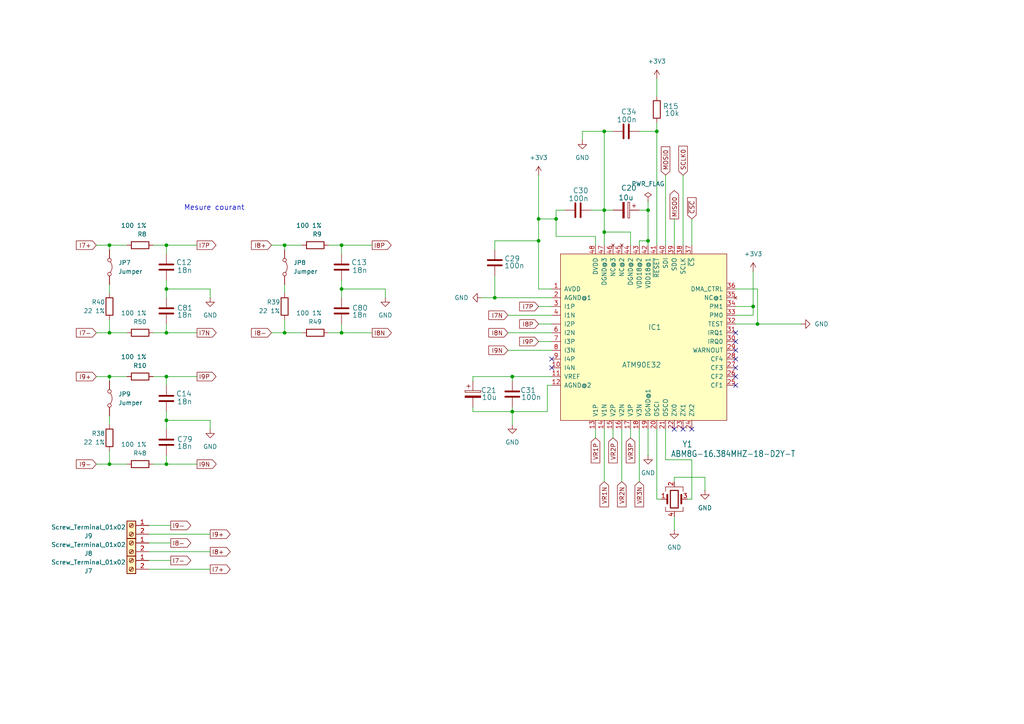
<source format=kicad_sch>
(kicad_sch
	(version 20231120)
	(generator "eeschema")
	(generator_version "8.0")
	(uuid "34ac2892-3e7a-4fde-81c2-1bc261c8cc27")
	(paper "A4")
	(lib_symbols
		(symbol "Connector:Screw_Terminal_01x02"
			(pin_names
				(offset 1.016) hide)
			(exclude_from_sim no)
			(in_bom yes)
			(on_board yes)
			(property "Reference" "J"
				(at 0 2.54 0)
				(effects
					(font
						(size 1.27 1.27)
					)
				)
			)
			(property "Value" "Screw_Terminal_01x02"
				(at 0 -5.08 0)
				(effects
					(font
						(size 1.27 1.27)
					)
				)
			)
			(property "Footprint" ""
				(at 0 0 0)
				(effects
					(font
						(size 1.27 1.27)
					)
					(hide yes)
				)
			)
			(property "Datasheet" "~"
				(at 0 0 0)
				(effects
					(font
						(size 1.27 1.27)
					)
					(hide yes)
				)
			)
			(property "Description" "Generic screw terminal, single row, 01x02, script generated (kicad-library-utils/schlib/autogen/connector/)"
				(at 0 0 0)
				(effects
					(font
						(size 1.27 1.27)
					)
					(hide yes)
				)
			)
			(property "ki_keywords" "screw terminal"
				(at 0 0 0)
				(effects
					(font
						(size 1.27 1.27)
					)
					(hide yes)
				)
			)
			(property "ki_fp_filters" "TerminalBlock*:*"
				(at 0 0 0)
				(effects
					(font
						(size 1.27 1.27)
					)
					(hide yes)
				)
			)
			(symbol "Screw_Terminal_01x02_1_1"
				(rectangle
					(start -1.27 1.27)
					(end 1.27 -3.81)
					(stroke
						(width 0.254)
						(type default)
					)
					(fill
						(type background)
					)
				)
				(circle
					(center 0 -2.54)
					(radius 0.635)
					(stroke
						(width 0.1524)
						(type default)
					)
					(fill
						(type none)
					)
				)
				(polyline
					(pts
						(xy -0.5334 -2.2098) (xy 0.3302 -3.048)
					)
					(stroke
						(width 0.1524)
						(type default)
					)
					(fill
						(type none)
					)
				)
				(polyline
					(pts
						(xy -0.5334 0.3302) (xy 0.3302 -0.508)
					)
					(stroke
						(width 0.1524)
						(type default)
					)
					(fill
						(type none)
					)
				)
				(polyline
					(pts
						(xy -0.3556 -2.032) (xy 0.508 -2.8702)
					)
					(stroke
						(width 0.1524)
						(type default)
					)
					(fill
						(type none)
					)
				)
				(polyline
					(pts
						(xy -0.3556 0.508) (xy 0.508 -0.3302)
					)
					(stroke
						(width 0.1524)
						(type default)
					)
					(fill
						(type none)
					)
				)
				(circle
					(center 0 0)
					(radius 0.635)
					(stroke
						(width 0.1524)
						(type default)
					)
					(fill
						(type none)
					)
				)
				(pin passive line
					(at -5.08 0 0)
					(length 3.81)
					(name "Pin_1"
						(effects
							(font
								(size 1.27 1.27)
							)
						)
					)
					(number "1"
						(effects
							(font
								(size 1.27 1.27)
							)
						)
					)
				)
				(pin passive line
					(at -5.08 -2.54 0)
					(length 3.81)
					(name "Pin_2"
						(effects
							(font
								(size 1.27 1.27)
							)
						)
					)
					(number "2"
						(effects
							(font
								(size 1.27 1.27)
							)
						)
					)
				)
			)
		)
		(symbol "Device:C"
			(pin_numbers hide)
			(pin_names
				(offset 0.254)
			)
			(exclude_from_sim no)
			(in_bom yes)
			(on_board yes)
			(property "Reference" "C"
				(at 0.635 2.54 0)
				(effects
					(font
						(size 1.27 1.27)
					)
					(justify left)
				)
			)
			(property "Value" "C"
				(at 0.635 -2.54 0)
				(effects
					(font
						(size 1.27 1.27)
					)
					(justify left)
				)
			)
			(property "Footprint" ""
				(at 0.9652 -3.81 0)
				(effects
					(font
						(size 1.27 1.27)
					)
					(hide yes)
				)
			)
			(property "Datasheet" "~"
				(at 0 0 0)
				(effects
					(font
						(size 1.27 1.27)
					)
					(hide yes)
				)
			)
			(property "Description" "Unpolarized capacitor"
				(at 0 0 0)
				(effects
					(font
						(size 1.27 1.27)
					)
					(hide yes)
				)
			)
			(property "ki_keywords" "cap capacitor"
				(at 0 0 0)
				(effects
					(font
						(size 1.27 1.27)
					)
					(hide yes)
				)
			)
			(property "ki_fp_filters" "C_*"
				(at 0 0 0)
				(effects
					(font
						(size 1.27 1.27)
					)
					(hide yes)
				)
			)
			(symbol "C_0_1"
				(polyline
					(pts
						(xy -2.032 -0.762) (xy 2.032 -0.762)
					)
					(stroke
						(width 0.508)
						(type default)
					)
					(fill
						(type none)
					)
				)
				(polyline
					(pts
						(xy -2.032 0.762) (xy 2.032 0.762)
					)
					(stroke
						(width 0.508)
						(type default)
					)
					(fill
						(type none)
					)
				)
			)
			(symbol "C_1_1"
				(pin passive line
					(at 0 3.81 270)
					(length 2.794)
					(name "~"
						(effects
							(font
								(size 1.27 1.27)
							)
						)
					)
					(number "1"
						(effects
							(font
								(size 1.27 1.27)
							)
						)
					)
				)
				(pin passive line
					(at 0 -3.81 90)
					(length 2.794)
					(name "~"
						(effects
							(font
								(size 1.27 1.27)
							)
						)
					)
					(number "2"
						(effects
							(font
								(size 1.27 1.27)
							)
						)
					)
				)
			)
		)
		(symbol "Device:C_Polarized"
			(pin_numbers hide)
			(pin_names
				(offset 0.254)
			)
			(exclude_from_sim no)
			(in_bom yes)
			(on_board yes)
			(property "Reference" "C"
				(at 0.635 2.54 0)
				(effects
					(font
						(size 1.27 1.27)
					)
					(justify left)
				)
			)
			(property "Value" "C_Polarized"
				(at 0.635 -2.54 0)
				(effects
					(font
						(size 1.27 1.27)
					)
					(justify left)
				)
			)
			(property "Footprint" ""
				(at 0.9652 -3.81 0)
				(effects
					(font
						(size 1.27 1.27)
					)
					(hide yes)
				)
			)
			(property "Datasheet" "~"
				(at 0 0 0)
				(effects
					(font
						(size 1.27 1.27)
					)
					(hide yes)
				)
			)
			(property "Description" "Polarized capacitor"
				(at 0 0 0)
				(effects
					(font
						(size 1.27 1.27)
					)
					(hide yes)
				)
			)
			(property "ki_keywords" "cap capacitor"
				(at 0 0 0)
				(effects
					(font
						(size 1.27 1.27)
					)
					(hide yes)
				)
			)
			(property "ki_fp_filters" "CP_*"
				(at 0 0 0)
				(effects
					(font
						(size 1.27 1.27)
					)
					(hide yes)
				)
			)
			(symbol "C_Polarized_0_1"
				(rectangle
					(start -2.286 0.508)
					(end 2.286 1.016)
					(stroke
						(width 0)
						(type default)
					)
					(fill
						(type none)
					)
				)
				(polyline
					(pts
						(xy -1.778 2.286) (xy -0.762 2.286)
					)
					(stroke
						(width 0)
						(type default)
					)
					(fill
						(type none)
					)
				)
				(polyline
					(pts
						(xy -1.27 2.794) (xy -1.27 1.778)
					)
					(stroke
						(width 0)
						(type default)
					)
					(fill
						(type none)
					)
				)
				(rectangle
					(start 2.286 -0.508)
					(end -2.286 -1.016)
					(stroke
						(width 0)
						(type default)
					)
					(fill
						(type outline)
					)
				)
			)
			(symbol "C_Polarized_1_1"
				(pin passive line
					(at 0 3.81 270)
					(length 2.794)
					(name "~"
						(effects
							(font
								(size 1.27 1.27)
							)
						)
					)
					(number "1"
						(effects
							(font
								(size 1.27 1.27)
							)
						)
					)
				)
				(pin passive line
					(at 0 -3.81 90)
					(length 2.794)
					(name "~"
						(effects
							(font
								(size 1.27 1.27)
							)
						)
					)
					(number "2"
						(effects
							(font
								(size 1.27 1.27)
							)
						)
					)
				)
			)
		)
		(symbol "Device:Crystal_GND24"
			(pin_names
				(offset 1.016) hide)
			(exclude_from_sim no)
			(in_bom yes)
			(on_board yes)
			(property "Reference" "Y"
				(at 3.175 5.08 0)
				(effects
					(font
						(size 1.27 1.27)
					)
					(justify left)
				)
			)
			(property "Value" "Crystal_GND24"
				(at 3.175 3.175 0)
				(effects
					(font
						(size 1.27 1.27)
					)
					(justify left)
				)
			)
			(property "Footprint" ""
				(at 0 0 0)
				(effects
					(font
						(size 1.27 1.27)
					)
					(hide yes)
				)
			)
			(property "Datasheet" "~"
				(at 0 0 0)
				(effects
					(font
						(size 1.27 1.27)
					)
					(hide yes)
				)
			)
			(property "Description" "Four pin crystal, GND on pins 2 and 4"
				(at 0 0 0)
				(effects
					(font
						(size 1.27 1.27)
					)
					(hide yes)
				)
			)
			(property "ki_keywords" "quartz ceramic resonator oscillator"
				(at 0 0 0)
				(effects
					(font
						(size 1.27 1.27)
					)
					(hide yes)
				)
			)
			(property "ki_fp_filters" "Crystal*"
				(at 0 0 0)
				(effects
					(font
						(size 1.27 1.27)
					)
					(hide yes)
				)
			)
			(symbol "Crystal_GND24_0_1"
				(rectangle
					(start -1.143 2.54)
					(end 1.143 -2.54)
					(stroke
						(width 0.3048)
						(type default)
					)
					(fill
						(type none)
					)
				)
				(polyline
					(pts
						(xy -2.54 0) (xy -2.032 0)
					)
					(stroke
						(width 0)
						(type default)
					)
					(fill
						(type none)
					)
				)
				(polyline
					(pts
						(xy -2.032 -1.27) (xy -2.032 1.27)
					)
					(stroke
						(width 0.508)
						(type default)
					)
					(fill
						(type none)
					)
				)
				(polyline
					(pts
						(xy 0 -3.81) (xy 0 -3.556)
					)
					(stroke
						(width 0)
						(type default)
					)
					(fill
						(type none)
					)
				)
				(polyline
					(pts
						(xy 0 3.556) (xy 0 3.81)
					)
					(stroke
						(width 0)
						(type default)
					)
					(fill
						(type none)
					)
				)
				(polyline
					(pts
						(xy 2.032 -1.27) (xy 2.032 1.27)
					)
					(stroke
						(width 0.508)
						(type default)
					)
					(fill
						(type none)
					)
				)
				(polyline
					(pts
						(xy 2.032 0) (xy 2.54 0)
					)
					(stroke
						(width 0)
						(type default)
					)
					(fill
						(type none)
					)
				)
				(polyline
					(pts
						(xy -2.54 -2.286) (xy -2.54 -3.556) (xy 2.54 -3.556) (xy 2.54 -2.286)
					)
					(stroke
						(width 0)
						(type default)
					)
					(fill
						(type none)
					)
				)
				(polyline
					(pts
						(xy -2.54 2.286) (xy -2.54 3.556) (xy 2.54 3.556) (xy 2.54 2.286)
					)
					(stroke
						(width 0)
						(type default)
					)
					(fill
						(type none)
					)
				)
			)
			(symbol "Crystal_GND24_1_1"
				(pin passive line
					(at -3.81 0 0)
					(length 1.27)
					(name "1"
						(effects
							(font
								(size 1.27 1.27)
							)
						)
					)
					(number "1"
						(effects
							(font
								(size 1.27 1.27)
							)
						)
					)
				)
				(pin passive line
					(at 0 5.08 270)
					(length 1.27)
					(name "2"
						(effects
							(font
								(size 1.27 1.27)
							)
						)
					)
					(number "2"
						(effects
							(font
								(size 1.27 1.27)
							)
						)
					)
				)
				(pin passive line
					(at 3.81 0 180)
					(length 1.27)
					(name "3"
						(effects
							(font
								(size 1.27 1.27)
							)
						)
					)
					(number "3"
						(effects
							(font
								(size 1.27 1.27)
							)
						)
					)
				)
				(pin passive line
					(at 0 -5.08 90)
					(length 1.27)
					(name "4"
						(effects
							(font
								(size 1.27 1.27)
							)
						)
					)
					(number "4"
						(effects
							(font
								(size 1.27 1.27)
							)
						)
					)
				)
			)
		)
		(symbol "Device:R"
			(pin_numbers hide)
			(pin_names
				(offset 0)
			)
			(exclude_from_sim no)
			(in_bom yes)
			(on_board yes)
			(property "Reference" "R"
				(at 2.032 0 90)
				(effects
					(font
						(size 1.27 1.27)
					)
				)
			)
			(property "Value" "R"
				(at 0 0 90)
				(effects
					(font
						(size 1.27 1.27)
					)
				)
			)
			(property "Footprint" ""
				(at -1.778 0 90)
				(effects
					(font
						(size 1.27 1.27)
					)
					(hide yes)
				)
			)
			(property "Datasheet" "~"
				(at 0 0 0)
				(effects
					(font
						(size 1.27 1.27)
					)
					(hide yes)
				)
			)
			(property "Description" "Resistor"
				(at 0 0 0)
				(effects
					(font
						(size 1.27 1.27)
					)
					(hide yes)
				)
			)
			(property "ki_keywords" "R res resistor"
				(at 0 0 0)
				(effects
					(font
						(size 1.27 1.27)
					)
					(hide yes)
				)
			)
			(property "ki_fp_filters" "R_*"
				(at 0 0 0)
				(effects
					(font
						(size 1.27 1.27)
					)
					(hide yes)
				)
			)
			(symbol "R_0_1"
				(rectangle
					(start -1.016 -2.54)
					(end 1.016 2.54)
					(stroke
						(width 0.254)
						(type default)
					)
					(fill
						(type none)
					)
				)
			)
			(symbol "R_1_1"
				(pin passive line
					(at 0 3.81 270)
					(length 1.27)
					(name "~"
						(effects
							(font
								(size 1.27 1.27)
							)
						)
					)
					(number "1"
						(effects
							(font
								(size 1.27 1.27)
							)
						)
					)
				)
				(pin passive line
					(at 0 -3.81 90)
					(length 1.27)
					(name "~"
						(effects
							(font
								(size 1.27 1.27)
							)
						)
					)
					(number "2"
						(effects
							(font
								(size 1.27 1.27)
							)
						)
					)
				)
			)
		)
		(symbol "Jumper:Jumper_2_Bridged"
			(pin_numbers hide)
			(pin_names
				(offset 0) hide)
			(exclude_from_sim yes)
			(in_bom yes)
			(on_board yes)
			(property "Reference" "JP"
				(at 0 1.905 0)
				(effects
					(font
						(size 1.27 1.27)
					)
				)
			)
			(property "Value" "Jumper_2_Bridged"
				(at 0 -2.54 0)
				(effects
					(font
						(size 1.27 1.27)
					)
				)
			)
			(property "Footprint" ""
				(at 0 0 0)
				(effects
					(font
						(size 1.27 1.27)
					)
					(hide yes)
				)
			)
			(property "Datasheet" "~"
				(at 0 0 0)
				(effects
					(font
						(size 1.27 1.27)
					)
					(hide yes)
				)
			)
			(property "Description" "Jumper, 2-pole, closed/bridged"
				(at 0 0 0)
				(effects
					(font
						(size 1.27 1.27)
					)
					(hide yes)
				)
			)
			(property "ki_keywords" "Jumper SPST"
				(at 0 0 0)
				(effects
					(font
						(size 1.27 1.27)
					)
					(hide yes)
				)
			)
			(property "ki_fp_filters" "Jumper* TestPoint*2Pads* TestPoint*Bridge*"
				(at 0 0 0)
				(effects
					(font
						(size 1.27 1.27)
					)
					(hide yes)
				)
			)
			(symbol "Jumper_2_Bridged_0_0"
				(circle
					(center -2.032 0)
					(radius 0.508)
					(stroke
						(width 0)
						(type default)
					)
					(fill
						(type none)
					)
				)
				(circle
					(center 2.032 0)
					(radius 0.508)
					(stroke
						(width 0)
						(type default)
					)
					(fill
						(type none)
					)
				)
			)
			(symbol "Jumper_2_Bridged_0_1"
				(arc
					(start 1.524 0.254)
					(mid 0 0.762)
					(end -1.524 0.254)
					(stroke
						(width 0)
						(type default)
					)
					(fill
						(type none)
					)
				)
			)
			(symbol "Jumper_2_Bridged_1_1"
				(pin passive line
					(at -5.08 0 0)
					(length 2.54)
					(name "A"
						(effects
							(font
								(size 1.27 1.27)
							)
						)
					)
					(number "1"
						(effects
							(font
								(size 1.27 1.27)
							)
						)
					)
				)
				(pin passive line
					(at 5.08 0 180)
					(length 2.54)
					(name "B"
						(effects
							(font
								(size 1.27 1.27)
							)
						)
					)
					(number "2"
						(effects
							(font
								(size 1.27 1.27)
							)
						)
					)
				)
			)
		)
		(symbol "User_Lib_IC:ATM90E36"
			(pin_names
				(offset 1.016)
			)
			(exclude_from_sim no)
			(in_bom yes)
			(on_board yes)
			(property "Reference" "IC?"
				(at 0.254 1.524 0)
				(effects
					(font
						(size 1.4986 1.4986)
					)
					(justify left bottom)
				)
			)
			(property "Value" "ATM90E36"
				(at -5.588 -5.08 0)
				(effects
					(font
						(size 1.4986 1.4986)
					)
					(justify left bottom)
				)
			)
			(property "Footprint" "Package_QFP:TQFP-48-1EP_7x7mm_P0.5mm_EP3.5x3.5mm"
				(at -0.254 -2.032 0)
				(effects
					(font
						(size 1.27 1.27)
					)
					(hide yes)
				)
			)
			(property "Datasheet" ""
				(at 0 0 0)
				(effects
					(font
						(size 1.27 1.27)
					)
					(hide yes)
				)
			)
			(property "Description" ""
				(at 0 0 0)
				(effects
					(font
						(size 1.27 1.27)
					)
					(hide yes)
				)
			)
			(property "manf#" "	ATM90E36A-AU-R"
				(at 0.254 0 0)
				(effects
					(font
						(size 1.27 1.27)
					)
					(hide yes)
				)
			)
			(symbol "ATM90E36_1_0"
				(pin power_in line
					(at -27.94 12.7 0)
					(length 2.54)
					(name "AVDD"
						(effects
							(font
								(size 1.27 1.27)
							)
						)
					)
					(number "1"
						(effects
							(font
								(size 1.27 1.27)
							)
						)
					)
				)
				(pin input line
					(at -27.94 -10.16 0)
					(length 2.54)
					(name "I4N"
						(effects
							(font
								(size 1.27 1.27)
							)
						)
					)
					(number "10"
						(effects
							(font
								(size 1.27 1.27)
							)
						)
					)
				)
				(pin bidirectional line
					(at -27.94 -12.7 0)
					(length 2.54)
					(name "VREF"
						(effects
							(font
								(size 1.27 1.27)
							)
						)
					)
					(number "11"
						(effects
							(font
								(size 1.27 1.27)
							)
						)
					)
				)
				(pin power_in line
					(at -27.94 -15.24 0)
					(length 2.54)
					(name "AGND@2"
						(effects
							(font
								(size 1.27 1.27)
							)
						)
					)
					(number "12"
						(effects
							(font
								(size 1.27 1.27)
							)
						)
					)
				)
				(pin input line
					(at -15.24 -27.94 90)
					(length 2.54)
					(name "V1P"
						(effects
							(font
								(size 1.27 1.27)
							)
						)
					)
					(number "13"
						(effects
							(font
								(size 1.27 1.27)
							)
						)
					)
				)
				(pin input line
					(at -12.7 -27.94 90)
					(length 2.54)
					(name "V1N"
						(effects
							(font
								(size 1.27 1.27)
							)
						)
					)
					(number "14"
						(effects
							(font
								(size 1.27 1.27)
							)
						)
					)
				)
				(pin input line
					(at -10.16 -27.94 90)
					(length 2.54)
					(name "V2P"
						(effects
							(font
								(size 1.27 1.27)
							)
						)
					)
					(number "15"
						(effects
							(font
								(size 1.27 1.27)
							)
						)
					)
				)
				(pin input line
					(at -7.62 -27.94 90)
					(length 2.54)
					(name "V2N"
						(effects
							(font
								(size 1.27 1.27)
							)
						)
					)
					(number "16"
						(effects
							(font
								(size 1.27 1.27)
							)
						)
					)
				)
				(pin input line
					(at -5.08 -27.94 90)
					(length 2.54)
					(name "V3P"
						(effects
							(font
								(size 1.27 1.27)
							)
						)
					)
					(number "17"
						(effects
							(font
								(size 1.27 1.27)
							)
						)
					)
				)
				(pin input line
					(at -2.54 -27.94 90)
					(length 2.54)
					(name "V3N"
						(effects
							(font
								(size 1.27 1.27)
							)
						)
					)
					(number "18"
						(effects
							(font
								(size 1.27 1.27)
							)
						)
					)
				)
				(pin power_in line
					(at 0 -27.94 90)
					(length 2.54)
					(name "DGND@1"
						(effects
							(font
								(size 1.27 1.27)
							)
						)
					)
					(number "19"
						(effects
							(font
								(size 1.27 1.27)
							)
						)
					)
				)
				(pin power_in line
					(at -27.94 10.16 0)
					(length 2.54)
					(name "AGND@1"
						(effects
							(font
								(size 1.27 1.27)
							)
						)
					)
					(number "2"
						(effects
							(font
								(size 1.27 1.27)
							)
						)
					)
				)
				(pin input line
					(at 2.54 -27.94 90)
					(length 2.54)
					(name "OSCI"
						(effects
							(font
								(size 1.27 1.27)
							)
						)
					)
					(number "20"
						(effects
							(font
								(size 1.27 1.27)
							)
						)
					)
				)
				(pin output line
					(at 5.08 -27.94 90)
					(length 2.54)
					(name "OSCO"
						(effects
							(font
								(size 1.27 1.27)
							)
						)
					)
					(number "21"
						(effects
							(font
								(size 1.27 1.27)
							)
						)
					)
				)
				(pin output line
					(at 7.62 -27.94 90)
					(length 2.54)
					(name "ZX0"
						(effects
							(font
								(size 1.27 1.27)
							)
						)
					)
					(number "22"
						(effects
							(font
								(size 1.27 1.27)
							)
						)
					)
				)
				(pin output line
					(at 10.16 -27.94 90)
					(length 2.54)
					(name "ZX1"
						(effects
							(font
								(size 1.27 1.27)
							)
						)
					)
					(number "23"
						(effects
							(font
								(size 1.27 1.27)
							)
						)
					)
				)
				(pin output line
					(at 12.7 -27.94 90)
					(length 2.54)
					(name "ZX2"
						(effects
							(font
								(size 1.27 1.27)
							)
						)
					)
					(number "24"
						(effects
							(font
								(size 1.27 1.27)
							)
						)
					)
				)
				(pin output line
					(at 25.4 -15.24 180)
					(length 2.54)
					(name "CF1"
						(effects
							(font
								(size 1.27 1.27)
							)
						)
					)
					(number "25"
						(effects
							(font
								(size 1.27 1.27)
							)
						)
					)
				)
				(pin output line
					(at 25.4 -12.7 180)
					(length 2.54)
					(name "CF2"
						(effects
							(font
								(size 1.27 1.27)
							)
						)
					)
					(number "26"
						(effects
							(font
								(size 1.27 1.27)
							)
						)
					)
				)
				(pin output line
					(at 25.4 -10.16 180)
					(length 2.54)
					(name "CF3"
						(effects
							(font
								(size 1.27 1.27)
							)
						)
					)
					(number "27"
						(effects
							(font
								(size 1.27 1.27)
							)
						)
					)
				)
				(pin output line
					(at 25.4 -7.62 180)
					(length 2.54)
					(name "CF4"
						(effects
							(font
								(size 1.27 1.27)
							)
						)
					)
					(number "28"
						(effects
							(font
								(size 1.27 1.27)
							)
						)
					)
				)
				(pin output line
					(at 25.4 -5.08 180)
					(length 2.54)
					(name "WARNOUT"
						(effects
							(font
								(size 1.27 1.27)
							)
						)
					)
					(number "29"
						(effects
							(font
								(size 1.27 1.27)
							)
						)
					)
				)
				(pin input line
					(at -27.94 7.62 0)
					(length 2.54)
					(name "I1P"
						(effects
							(font
								(size 1.27 1.27)
							)
						)
					)
					(number "3"
						(effects
							(font
								(size 1.27 1.27)
							)
						)
					)
				)
				(pin output line
					(at 25.4 -2.54 180)
					(length 2.54)
					(name "IRQ0"
						(effects
							(font
								(size 1.27 1.27)
							)
						)
					)
					(number "30"
						(effects
							(font
								(size 1.27 1.27)
							)
						)
					)
				)
				(pin output line
					(at 25.4 0 180)
					(length 2.54)
					(name "IRQ1"
						(effects
							(font
								(size 1.27 1.27)
							)
						)
					)
					(number "31"
						(effects
							(font
								(size 1.27 1.27)
							)
						)
					)
				)
				(pin power_in line
					(at 25.4 2.54 180)
					(length 2.54)
					(name "TEST"
						(effects
							(font
								(size 1.27 1.27)
							)
						)
					)
					(number "32"
						(effects
							(font
								(size 1.27 1.27)
							)
						)
					)
				)
				(pin input line
					(at 25.4 5.08 180)
					(length 2.54)
					(name "PM0"
						(effects
							(font
								(size 1.27 1.27)
							)
						)
					)
					(number "33"
						(effects
							(font
								(size 1.27 1.27)
							)
						)
					)
				)
				(pin input line
					(at 25.4 7.62 180)
					(length 2.54)
					(name "PM1"
						(effects
							(font
								(size 1.27 1.27)
							)
						)
					)
					(number "34"
						(effects
							(font
								(size 1.27 1.27)
							)
						)
					)
				)
				(pin no_connect line
					(at 25.4 10.16 180)
					(length 2.54)
					(name "NC@1"
						(effects
							(font
								(size 1.27 1.27)
							)
						)
					)
					(number "35"
						(effects
							(font
								(size 1.27 1.27)
							)
						)
					)
				)
				(pin input line
					(at 25.4 12.7 180)
					(length 2.54)
					(name "DMA_CTRL"
						(effects
							(font
								(size 1.27 1.27)
							)
						)
					)
					(number "36"
						(effects
							(font
								(size 1.27 1.27)
							)
						)
					)
				)
				(pin input line
					(at 12.7 25.4 270)
					(length 2.54)
					(name "~{CS}"
						(effects
							(font
								(size 1.27 1.27)
							)
						)
					)
					(number "37"
						(effects
							(font
								(size 1.27 1.27)
							)
						)
					)
				)
				(pin input line
					(at 10.16 25.4 270)
					(length 2.54)
					(name "SCLK"
						(effects
							(font
								(size 1.27 1.27)
							)
						)
					)
					(number "38"
						(effects
							(font
								(size 1.27 1.27)
							)
						)
					)
				)
				(pin output line
					(at 7.62 25.4 270)
					(length 2.54)
					(name "SDO"
						(effects
							(font
								(size 1.27 1.27)
							)
						)
					)
					(number "39"
						(effects
							(font
								(size 1.27 1.27)
							)
						)
					)
				)
				(pin input line
					(at -27.94 5.08 0)
					(length 2.54)
					(name "I1N"
						(effects
							(font
								(size 1.27 1.27)
							)
						)
					)
					(number "4"
						(effects
							(font
								(size 1.27 1.27)
							)
						)
					)
				)
				(pin input line
					(at 5.08 25.4 270)
					(length 2.54)
					(name "SDI"
						(effects
							(font
								(size 1.27 1.27)
							)
						)
					)
					(number "40"
						(effects
							(font
								(size 1.27 1.27)
							)
						)
					)
				)
				(pin input line
					(at 2.54 25.4 270)
					(length 2.54)
					(name "~{RESET}"
						(effects
							(font
								(size 1.27 1.27)
							)
						)
					)
					(number "41"
						(effects
							(font
								(size 1.27 1.27)
							)
						)
					)
				)
				(pin power_in line
					(at 0 25.4 270)
					(length 2.54)
					(name "VDD18@1"
						(effects
							(font
								(size 1.27 1.27)
							)
						)
					)
					(number "42"
						(effects
							(font
								(size 1.27 1.27)
							)
						)
					)
				)
				(pin power_in line
					(at -2.54 25.4 270)
					(length 2.54)
					(name "VDD18@2"
						(effects
							(font
								(size 1.27 1.27)
							)
						)
					)
					(number "43"
						(effects
							(font
								(size 1.27 1.27)
							)
						)
					)
				)
				(pin power_in line
					(at -5.08 25.4 270)
					(length 2.54)
					(name "DGND@2"
						(effects
							(font
								(size 1.27 1.27)
							)
						)
					)
					(number "44"
						(effects
							(font
								(size 1.27 1.27)
							)
						)
					)
				)
				(pin no_connect line
					(at -7.62 25.4 270)
					(length 2.54)
					(name "NC@2"
						(effects
							(font
								(size 1.27 1.27)
							)
						)
					)
					(number "45"
						(effects
							(font
								(size 1.27 1.27)
							)
						)
					)
				)
				(pin no_connect line
					(at -10.16 25.4 270)
					(length 2.54)
					(name "NC@3"
						(effects
							(font
								(size 1.27 1.27)
							)
						)
					)
					(number "46"
						(effects
							(font
								(size 1.27 1.27)
							)
						)
					)
				)
				(pin power_in line
					(at -12.7 25.4 270)
					(length 2.54)
					(name "DGND@3"
						(effects
							(font
								(size 1.27 1.27)
							)
						)
					)
					(number "47"
						(effects
							(font
								(size 1.27 1.27)
							)
						)
					)
				)
				(pin power_in line
					(at -15.24 25.4 270)
					(length 2.54)
					(name "DVDD"
						(effects
							(font
								(size 1.27 1.27)
							)
						)
					)
					(number "48"
						(effects
							(font
								(size 1.27 1.27)
							)
						)
					)
				)
				(pin input line
					(at -27.94 2.54 0)
					(length 2.54)
					(name "I2P"
						(effects
							(font
								(size 1.27 1.27)
							)
						)
					)
					(number "5"
						(effects
							(font
								(size 0 0)
							)
						)
					)
				)
				(pin input line
					(at -27.94 0 0)
					(length 2.54)
					(name "I2N"
						(effects
							(font
								(size 1.27 1.27)
							)
						)
					)
					(number "6"
						(effects
							(font
								(size 1.27 1.27)
							)
						)
					)
				)
				(pin input line
					(at -27.94 -2.54 0)
					(length 2.54)
					(name "I3P"
						(effects
							(font
								(size 1.27 1.27)
							)
						)
					)
					(number "7"
						(effects
							(font
								(size 1.27 1.27)
							)
						)
					)
				)
				(pin input line
					(at -27.94 -5.08 0)
					(length 2.54)
					(name "I3N"
						(effects
							(font
								(size 1.27 1.27)
							)
						)
					)
					(number "8"
						(effects
							(font
								(size 1.27 1.27)
							)
						)
					)
				)
				(pin input line
					(at -27.94 -7.62 0)
					(length 2.54)
					(name "I4P"
						(effects
							(font
								(size 1.27 1.27)
							)
						)
					)
					(number "9"
						(effects
							(font
								(size 1.27 1.27)
							)
						)
					)
				)
			)
			(symbol "ATM90E36_1_1"
				(text_box ""
					(at -25.4 22.86 0)
					(size 48.26 -48.26)
					(stroke
						(width 0)
						(type default)
					)
					(fill
						(type color)
						(color 255 255 194 1)
					)
					(effects
						(font
							(size 1.27 1.27)
						)
						(justify left top)
					)
				)
			)
		)
		(symbol "power:+3V3"
			(power)
			(pin_numbers hide)
			(pin_names
				(offset 0) hide)
			(exclude_from_sim no)
			(in_bom yes)
			(on_board yes)
			(property "Reference" "#PWR"
				(at 0 -3.81 0)
				(effects
					(font
						(size 1.27 1.27)
					)
					(hide yes)
				)
			)
			(property "Value" "+3V3"
				(at 0 3.556 0)
				(effects
					(font
						(size 1.27 1.27)
					)
				)
			)
			(property "Footprint" ""
				(at 0 0 0)
				(effects
					(font
						(size 1.27 1.27)
					)
					(hide yes)
				)
			)
			(property "Datasheet" ""
				(at 0 0 0)
				(effects
					(font
						(size 1.27 1.27)
					)
					(hide yes)
				)
			)
			(property "Description" "Power symbol creates a global label with name \"+3V3\""
				(at 0 0 0)
				(effects
					(font
						(size 1.27 1.27)
					)
					(hide yes)
				)
			)
			(property "ki_keywords" "global power"
				(at 0 0 0)
				(effects
					(font
						(size 1.27 1.27)
					)
					(hide yes)
				)
			)
			(symbol "+3V3_0_1"
				(polyline
					(pts
						(xy -0.762 1.27) (xy 0 2.54)
					)
					(stroke
						(width 0)
						(type default)
					)
					(fill
						(type none)
					)
				)
				(polyline
					(pts
						(xy 0 0) (xy 0 2.54)
					)
					(stroke
						(width 0)
						(type default)
					)
					(fill
						(type none)
					)
				)
				(polyline
					(pts
						(xy 0 2.54) (xy 0.762 1.27)
					)
					(stroke
						(width 0)
						(type default)
					)
					(fill
						(type none)
					)
				)
			)
			(symbol "+3V3_1_1"
				(pin power_in line
					(at 0 0 90)
					(length 0)
					(name "~"
						(effects
							(font
								(size 1.27 1.27)
							)
						)
					)
					(number "1"
						(effects
							(font
								(size 1.27 1.27)
							)
						)
					)
				)
			)
		)
		(symbol "power:GND"
			(power)
			(pin_numbers hide)
			(pin_names
				(offset 0) hide)
			(exclude_from_sim no)
			(in_bom yes)
			(on_board yes)
			(property "Reference" "#PWR"
				(at 0 -6.35 0)
				(effects
					(font
						(size 1.27 1.27)
					)
					(hide yes)
				)
			)
			(property "Value" "GND"
				(at 0 -3.81 0)
				(effects
					(font
						(size 1.27 1.27)
					)
				)
			)
			(property "Footprint" ""
				(at 0 0 0)
				(effects
					(font
						(size 1.27 1.27)
					)
					(hide yes)
				)
			)
			(property "Datasheet" ""
				(at 0 0 0)
				(effects
					(font
						(size 1.27 1.27)
					)
					(hide yes)
				)
			)
			(property "Description" "Power symbol creates a global label with name \"GND\" , ground"
				(at 0 0 0)
				(effects
					(font
						(size 1.27 1.27)
					)
					(hide yes)
				)
			)
			(property "ki_keywords" "global power"
				(at 0 0 0)
				(effects
					(font
						(size 1.27 1.27)
					)
					(hide yes)
				)
			)
			(symbol "GND_0_1"
				(polyline
					(pts
						(xy 0 0) (xy 0 -1.27) (xy 1.27 -1.27) (xy 0 -2.54) (xy -1.27 -1.27) (xy 0 -1.27)
					)
					(stroke
						(width 0)
						(type default)
					)
					(fill
						(type none)
					)
				)
			)
			(symbol "GND_1_1"
				(pin power_in line
					(at 0 0 270)
					(length 0)
					(name "~"
						(effects
							(font
								(size 1.27 1.27)
							)
						)
					)
					(number "1"
						(effects
							(font
								(size 1.27 1.27)
							)
						)
					)
				)
			)
		)
		(symbol "power:PWR_FLAG"
			(power)
			(pin_numbers hide)
			(pin_names
				(offset 0) hide)
			(exclude_from_sim no)
			(in_bom yes)
			(on_board yes)
			(property "Reference" "#FLG"
				(at 0 1.905 0)
				(effects
					(font
						(size 1.27 1.27)
					)
					(hide yes)
				)
			)
			(property "Value" "PWR_FLAG"
				(at 0 3.81 0)
				(effects
					(font
						(size 1.27 1.27)
					)
				)
			)
			(property "Footprint" ""
				(at 0 0 0)
				(effects
					(font
						(size 1.27 1.27)
					)
					(hide yes)
				)
			)
			(property "Datasheet" "~"
				(at 0 0 0)
				(effects
					(font
						(size 1.27 1.27)
					)
					(hide yes)
				)
			)
			(property "Description" "Special symbol for telling ERC where power comes from"
				(at 0 0 0)
				(effects
					(font
						(size 1.27 1.27)
					)
					(hide yes)
				)
			)
			(property "ki_keywords" "flag power"
				(at 0 0 0)
				(effects
					(font
						(size 1.27 1.27)
					)
					(hide yes)
				)
			)
			(symbol "PWR_FLAG_0_0"
				(pin power_out line
					(at 0 0 90)
					(length 0)
					(name "~"
						(effects
							(font
								(size 1.27 1.27)
							)
						)
					)
					(number "1"
						(effects
							(font
								(size 1.27 1.27)
							)
						)
					)
				)
			)
			(symbol "PWR_FLAG_0_1"
				(polyline
					(pts
						(xy 0 0) (xy 0 1.27) (xy -1.016 1.905) (xy 0 2.54) (xy 1.016 1.905) (xy 0 1.27)
					)
					(stroke
						(width 0)
						(type default)
					)
					(fill
						(type none)
					)
				)
			)
		)
	)
	(junction
		(at 82.55 71.12)
		(diameter 0)
		(color 0 0 0 0)
		(uuid "02fcb382-a3cc-42b9-b307-6b07235c42bc")
	)
	(junction
		(at 175.26 38.1)
		(diameter 0)
		(color 0 0 0 0)
		(uuid "034ad0ce-f6f8-4f63-b665-0584ad9dd248")
	)
	(junction
		(at 156.21 69.85)
		(diameter 0)
		(color 0 0 0 0)
		(uuid "1128a8ac-256d-4e45-89ce-5819204d71f0")
	)
	(junction
		(at 82.55 96.52)
		(diameter 0)
		(color 0 0 0 0)
		(uuid "159e1cfa-1564-473b-86cb-276effca15e0")
	)
	(junction
		(at 99.06 71.12)
		(diameter 0)
		(color 0 0 0 0)
		(uuid "1e40f0da-ec0b-48e5-bd86-542a6b0e140d")
	)
	(junction
		(at 99.06 83.82)
		(diameter 0)
		(color 0 0 0 0)
		(uuid "21a0d68b-b5e6-4547-9f3d-e80d70255d45")
	)
	(junction
		(at 31.75 134.62)
		(diameter 0)
		(color 0 0 0 0)
		(uuid "2aba7a48-666b-41a0-a69f-1b19537610cd")
	)
	(junction
		(at 148.59 119.38)
		(diameter 0)
		(color 0 0 0 0)
		(uuid "2adafac2-4ff3-4727-b3b7-6673701b3fc9")
	)
	(junction
		(at 175.26 60.96)
		(diameter 0)
		(color 0 0 0 0)
		(uuid "2d3ea816-bf7d-4efa-961b-e976bced4ecd")
	)
	(junction
		(at 31.75 109.22)
		(diameter 0)
		(color 0 0 0 0)
		(uuid "2f1bf3dc-c00d-4f2e-ba35-0300dca481dc")
	)
	(junction
		(at 175.26 67.31)
		(diameter 0)
		(color 0 0 0 0)
		(uuid "3569b804-cc4b-435c-b119-7cf2688db4d6")
	)
	(junction
		(at 148.59 109.22)
		(diameter 0)
		(color 0 0 0 0)
		(uuid "4da89e0c-2827-4e26-9fed-147dc6428ea4")
	)
	(junction
		(at 161.29 63.5)
		(diameter 0)
		(color 0 0 0 0)
		(uuid "638199d9-a966-4535-8483-5ae8fee04efa")
	)
	(junction
		(at 218.44 88.9)
		(diameter 0)
		(color 0 0 0 0)
		(uuid "7362c44e-9a56-4cca-af24-9aee32360aa8")
	)
	(junction
		(at 143.51 86.36)
		(diameter 0)
		(color 0 0 0 0)
		(uuid "82f086b7-abd1-4c49-94cb-68138ca8601f")
	)
	(junction
		(at 31.75 71.12)
		(diameter 0)
		(color 0 0 0 0)
		(uuid "8766a6d8-aa60-455a-9cc4-3f08d6a0e129")
	)
	(junction
		(at 190.5 38.1)
		(diameter 0)
		(color 0 0 0 0)
		(uuid "8b9e02f7-6239-4f57-8e4b-73faaa8910b4")
	)
	(junction
		(at 99.06 96.52)
		(diameter 0)
		(color 0 0 0 0)
		(uuid "964c07cc-3d5f-4e84-b71e-cb95085d0905")
	)
	(junction
		(at 48.26 121.92)
		(diameter 0)
		(color 0 0 0 0)
		(uuid "9ae68187-da90-4b69-9141-3581f918db29")
	)
	(junction
		(at 31.75 96.52)
		(diameter 0)
		(color 0 0 0 0)
		(uuid "9e4fee54-2fb9-443a-85f0-a4da559eb692")
	)
	(junction
		(at 48.26 71.12)
		(diameter 0)
		(color 0 0 0 0)
		(uuid "aa252e28-5431-4cbe-8861-eea65b7b25ca")
	)
	(junction
		(at 187.96 69.85)
		(diameter 0)
		(color 0 0 0 0)
		(uuid "af04ae68-3e62-49ac-89b0-6f6cb6cbd733")
	)
	(junction
		(at 187.96 60.96)
		(diameter 0)
		(color 0 0 0 0)
		(uuid "b91579eb-a96b-475b-a80f-d2369b6a58a9")
	)
	(junction
		(at 48.26 134.62)
		(diameter 0)
		(color 0 0 0 0)
		(uuid "c7e02ffe-638b-4ed0-96ac-8b07bdda4458")
	)
	(junction
		(at 48.26 96.52)
		(diameter 0)
		(color 0 0 0 0)
		(uuid "d9998b01-8077-4eed-a72e-2bc3d79084c8")
	)
	(junction
		(at 219.71 93.98)
		(diameter 0)
		(color 0 0 0 0)
		(uuid "f069443f-f6c9-478e-97ec-1122634c363c")
	)
	(junction
		(at 48.26 83.82)
		(diameter 0)
		(color 0 0 0 0)
		(uuid "f10a704b-f8e8-42f3-bc00-04f213ff31bd")
	)
	(junction
		(at 156.21 63.5)
		(diameter 0)
		(color 0 0 0 0)
		(uuid "f65e08d4-3813-44d6-9414-52f44c92a506")
	)
	(junction
		(at 48.26 109.22)
		(diameter 0)
		(color 0 0 0 0)
		(uuid "f90abf13-8033-47c9-8d68-675bbcf6fa7c")
	)
	(no_connect
		(at 200.66 124.46)
		(uuid "220d5b4f-d94f-4790-88b4-88e7600c57d3")
	)
	(no_connect
		(at 213.36 104.14)
		(uuid "28b52a93-d4f2-4ca0-bbb6-85038d25a770")
	)
	(no_connect
		(at 213.36 111.76)
		(uuid "3a3a5cb0-2160-41e5-ba2f-9570ed448899")
	)
	(no_connect
		(at 160.02 104.14)
		(uuid "5ee7ec4d-ad5f-4ecb-8e41-93348624f28b")
	)
	(no_connect
		(at 213.36 96.52)
		(uuid "6f3a0139-3781-4089-ae70-b21d1c0db46c")
	)
	(no_connect
		(at 213.36 99.06)
		(uuid "74283e21-a6ee-4fa5-93cf-1304b438ea21")
	)
	(no_connect
		(at 198.12 124.46)
		(uuid "95c4bd80-fa21-4ec5-a55c-b927c413cf35")
	)
	(no_connect
		(at 213.36 106.68)
		(uuid "a3dfa613-814f-4e2c-b54f-af94de5addce")
	)
	(no_connect
		(at 213.36 109.22)
		(uuid "a7a60c07-db50-49b8-9343-cfa02af8140e")
	)
	(no_connect
		(at 213.36 101.6)
		(uuid "ba13eba4-d7aa-44ee-af95-c9093f22444e")
	)
	(no_connect
		(at 160.02 106.68)
		(uuid "c750f96a-6b90-41f9-bde5-737aad266efc")
	)
	(no_connect
		(at 195.58 124.46)
		(uuid "c9bed8c1-be63-4ffd-8a95-139d51bcab8f")
	)
	(wire
		(pts
			(xy 27.94 71.12) (xy 31.75 71.12)
		)
		(stroke
			(width 0)
			(type default)
		)
		(uuid "03cd02de-8a9e-4eae-8500-9b9ab730750f")
	)
	(wire
		(pts
			(xy 195.58 149.86) (xy 195.58 153.67)
		)
		(stroke
			(width 0)
			(type default)
		)
		(uuid "062e8d0e-9cd9-4fc1-b5a6-fc53bfca578a")
	)
	(wire
		(pts
			(xy 195.58 71.12) (xy 195.58 63.5)
		)
		(stroke
			(width 0)
			(type default)
		)
		(uuid "0694257f-5d32-4fe5-b7bb-9642d712f137")
	)
	(wire
		(pts
			(xy 156.21 99.06) (xy 160.02 99.06)
		)
		(stroke
			(width 0)
			(type default)
		)
		(uuid "08b9197d-e9c0-4d41-b2d3-777bb2085b9e")
	)
	(wire
		(pts
			(xy 156.21 69.85) (xy 156.21 83.82)
		)
		(stroke
			(width 0)
			(type default)
		)
		(uuid "08f6ec19-2486-4e6e-9af4-cca38da2d937")
	)
	(wire
		(pts
			(xy 99.06 71.12) (xy 107.95 71.12)
		)
		(stroke
			(width 0)
			(type default)
		)
		(uuid "09038669-6159-4f7e-b056-fcceae75b11e")
	)
	(wire
		(pts
			(xy 99.06 96.52) (xy 107.95 96.52)
		)
		(stroke
			(width 0)
			(type default)
		)
		(uuid "0c780b8c-8103-4c68-abbb-a34abd9242a5")
	)
	(wire
		(pts
			(xy 158.75 119.38) (xy 158.75 111.76)
		)
		(stroke
			(width 0)
			(type default)
		)
		(uuid "126ea0ab-e951-4da3-8aff-c093427754fa")
	)
	(wire
		(pts
			(xy 175.26 67.31) (xy 182.88 67.31)
		)
		(stroke
			(width 0)
			(type default)
		)
		(uuid "135ab7bb-8a04-49f0-85d1-39eb09ae0629")
	)
	(wire
		(pts
			(xy 48.26 83.82) (xy 48.26 86.36)
		)
		(stroke
			(width 0)
			(type default)
		)
		(uuid "1405b56e-5e6d-4b42-9012-cbbdc877c33e")
	)
	(wire
		(pts
			(xy 190.5 38.1) (xy 185.42 38.1)
		)
		(stroke
			(width 0)
			(type default)
		)
		(uuid "14f7a180-ca76-4cb6-bdba-15468e2f1a35")
	)
	(wire
		(pts
			(xy 175.26 124.46) (xy 175.26 139.7)
		)
		(stroke
			(width 0)
			(type default)
		)
		(uuid "15c3d044-46bb-4894-b8f6-94ede498fb86")
	)
	(wire
		(pts
			(xy 204.47 142.24) (xy 204.47 138.43)
		)
		(stroke
			(width 0)
			(type default)
		)
		(uuid "17dbfe89-b52c-4b1a-b9d6-b45c426c4a92")
	)
	(wire
		(pts
			(xy 182.88 67.31) (xy 182.88 71.12)
		)
		(stroke
			(width 0)
			(type default)
		)
		(uuid "190d7066-1932-4388-a905-20c717503ee7")
	)
	(wire
		(pts
			(xy 143.51 86.36) (xy 160.02 86.36)
		)
		(stroke
			(width 0)
			(type default)
		)
		(uuid "196d4558-c077-45cd-8865-10a55286810e")
	)
	(wire
		(pts
			(xy 82.55 92.71) (xy 82.55 96.52)
		)
		(stroke
			(width 0)
			(type default)
		)
		(uuid "1bf46d6f-d359-4981-b5d1-bb7f0a511648")
	)
	(wire
		(pts
			(xy 175.26 38.1) (xy 177.8 38.1)
		)
		(stroke
			(width 0)
			(type default)
		)
		(uuid "1caec56a-c636-465e-bf3b-5c520830294a")
	)
	(wire
		(pts
			(xy 185.42 60.96) (xy 187.96 60.96)
		)
		(stroke
			(width 0)
			(type default)
		)
		(uuid "1d6237f4-8372-4880-958e-0d1073a837e0")
	)
	(wire
		(pts
			(xy 187.96 60.96) (xy 187.96 69.85)
		)
		(stroke
			(width 0)
			(type default)
		)
		(uuid "1e1fccb1-2438-4e7d-a120-ff7b0792b3be")
	)
	(wire
		(pts
			(xy 158.75 111.76) (xy 160.02 111.76)
		)
		(stroke
			(width 0)
			(type default)
		)
		(uuid "1e3027dc-7a1a-4a16-a81a-5006d2cb379e")
	)
	(wire
		(pts
			(xy 48.26 71.12) (xy 57.15 71.12)
		)
		(stroke
			(width 0)
			(type default)
		)
		(uuid "1fa1ac33-19eb-4374-b6ee-ac0c9b849e03")
	)
	(wire
		(pts
			(xy 218.44 91.44) (xy 213.36 91.44)
		)
		(stroke
			(width 0)
			(type default)
		)
		(uuid "203475c5-8c06-4d5b-9986-9992d704c933")
	)
	(wire
		(pts
			(xy 190.5 22.86) (xy 190.5 27.94)
		)
		(stroke
			(width 0)
			(type default)
		)
		(uuid "20c07825-dcfa-403b-9512-c965fd483caf")
	)
	(wire
		(pts
			(xy 193.04 71.12) (xy 193.04 50.8)
		)
		(stroke
			(width 0)
			(type default)
		)
		(uuid "24fc7ed1-a6ab-441f-a7f4-f3ff222fb859")
	)
	(wire
		(pts
			(xy 156.21 50.8) (xy 156.21 63.5)
		)
		(stroke
			(width 0)
			(type default)
		)
		(uuid "26d784e5-6e17-46b6-a8a4-0ada6e0efbfc")
	)
	(wire
		(pts
			(xy 219.71 93.98) (xy 232.41 93.98)
		)
		(stroke
			(width 0)
			(type default)
		)
		(uuid "2e9fff8c-2350-44fd-9cff-3b7966786d7c")
	)
	(wire
		(pts
			(xy 213.36 93.98) (xy 219.71 93.98)
		)
		(stroke
			(width 0)
			(type default)
		)
		(uuid "3074916d-df03-479b-8054-97b654c82cb4")
	)
	(wire
		(pts
			(xy 161.29 60.96) (xy 161.29 63.5)
		)
		(stroke
			(width 0)
			(type default)
		)
		(uuid "3092aa32-38da-4679-b657-78a7ea103039")
	)
	(wire
		(pts
			(xy 195.58 138.43) (xy 195.58 139.7)
		)
		(stroke
			(width 0)
			(type default)
		)
		(uuid "32a09cfe-e7c3-4d82-8eb8-6c8fd70b727f")
	)
	(wire
		(pts
			(xy 148.59 109.22) (xy 148.59 110.49)
		)
		(stroke
			(width 0)
			(type default)
		)
		(uuid "32b59ac2-f253-4246-bc80-e1deb7fcafc4")
	)
	(wire
		(pts
			(xy 148.59 109.22) (xy 137.16 109.22)
		)
		(stroke
			(width 0)
			(type default)
		)
		(uuid "32c2786a-81d4-440e-b727-2047ec1a211b")
	)
	(wire
		(pts
			(xy 31.75 92.71) (xy 31.75 96.52)
		)
		(stroke
			(width 0)
			(type default)
		)
		(uuid "38937ec8-c85e-4abb-b784-0545d2a2f6a3")
	)
	(wire
		(pts
			(xy 43.18 152.4) (xy 49.53 152.4)
		)
		(stroke
			(width 0)
			(type default)
		)
		(uuid "38b6e92a-1335-4943-982b-37fe204b73fc")
	)
	(wire
		(pts
			(xy 60.96 121.92) (xy 60.96 124.46)
		)
		(stroke
			(width 0)
			(type default)
		)
		(uuid "397cbf32-9e99-42d3-b166-33156af52a29")
	)
	(wire
		(pts
			(xy 31.75 96.52) (xy 27.94 96.52)
		)
		(stroke
			(width 0)
			(type default)
		)
		(uuid "3d2b62c5-7c71-4458-a55d-e407f6aa4b66")
	)
	(wire
		(pts
			(xy 48.26 109.22) (xy 57.15 109.22)
		)
		(stroke
			(width 0)
			(type default)
		)
		(uuid "3ebfd775-21de-4f46-b9a8-e8b206ddc4a0")
	)
	(wire
		(pts
			(xy 143.51 80.01) (xy 143.51 86.36)
		)
		(stroke
			(width 0)
			(type default)
		)
		(uuid "40c77a05-320f-4522-bf3d-d3b1635d81c3")
	)
	(wire
		(pts
			(xy 180.34 139.7) (xy 180.34 124.46)
		)
		(stroke
			(width 0)
			(type default)
		)
		(uuid "43372af4-07cc-405d-a0db-3ccdec3c7c03")
	)
	(wire
		(pts
			(xy 44.45 96.52) (xy 48.26 96.52)
		)
		(stroke
			(width 0)
			(type default)
		)
		(uuid "4347fbf2-2177-4a08-be51-da50c6ae8651")
	)
	(wire
		(pts
			(xy 48.26 119.38) (xy 48.26 121.92)
		)
		(stroke
			(width 0)
			(type default)
		)
		(uuid "485c4043-6e35-4f98-8341-54523849c32d")
	)
	(wire
		(pts
			(xy 187.96 124.46) (xy 187.96 132.08)
		)
		(stroke
			(width 0)
			(type default)
		)
		(uuid "49838672-1b71-4689-9b4b-4f5e440ca014")
	)
	(wire
		(pts
			(xy 190.5 124.46) (xy 190.5 144.78)
		)
		(stroke
			(width 0)
			(type default)
		)
		(uuid "4a8d5608-99c5-4b5b-bfd9-59cfc2b2df9b")
	)
	(wire
		(pts
			(xy 143.51 69.85) (xy 156.21 69.85)
		)
		(stroke
			(width 0)
			(type default)
		)
		(uuid "4d3cce45-96a8-45cc-9053-86341ce87dd8")
	)
	(wire
		(pts
			(xy 200.66 71.12) (xy 200.66 63.5)
		)
		(stroke
			(width 0)
			(type default)
		)
		(uuid "4fccef18-2091-45df-8b77-23f0c1e73c8b")
	)
	(wire
		(pts
			(xy 31.75 134.62) (xy 36.83 134.62)
		)
		(stroke
			(width 0)
			(type default)
		)
		(uuid "50403bd7-b9d1-4c5f-a68c-4027dcc0605a")
	)
	(wire
		(pts
			(xy 148.59 119.38) (xy 158.75 119.38)
		)
		(stroke
			(width 0)
			(type default)
		)
		(uuid "509d60a6-86d1-484c-963f-9cd6923c55f3")
	)
	(wire
		(pts
			(xy 31.75 134.62) (xy 27.94 134.62)
		)
		(stroke
			(width 0)
			(type default)
		)
		(uuid "5473d543-4951-463e-81dd-aa420d2e5ec8")
	)
	(wire
		(pts
			(xy 213.36 83.82) (xy 219.71 83.82)
		)
		(stroke
			(width 0)
			(type default)
		)
		(uuid "5cf849f8-e475-4ff4-92a2-dc4e424928b0")
	)
	(wire
		(pts
			(xy 31.75 120.65) (xy 31.75 123.19)
		)
		(stroke
			(width 0)
			(type default)
		)
		(uuid "5ddba107-8582-4d2e-ae1b-117adddf3e7a")
	)
	(wire
		(pts
			(xy 204.47 138.43) (xy 195.58 138.43)
		)
		(stroke
			(width 0)
			(type default)
		)
		(uuid "5f986433-948c-4ae9-b99d-3bf6efad6a0e")
	)
	(wire
		(pts
			(xy 200.66 144.78) (xy 199.39 144.78)
		)
		(stroke
			(width 0)
			(type default)
		)
		(uuid "5fb8441a-1d42-4dbe-a684-29551a3ba439")
	)
	(wire
		(pts
			(xy 31.75 109.22) (xy 31.75 110.49)
		)
		(stroke
			(width 0)
			(type default)
		)
		(uuid "6262e7af-0f2e-4e67-88c5-e9a99a839660")
	)
	(wire
		(pts
			(xy 31.75 109.22) (xy 36.83 109.22)
		)
		(stroke
			(width 0)
			(type default)
		)
		(uuid "665bc950-7680-4d31-85c5-42c30948b52c")
	)
	(wire
		(pts
			(xy 78.74 71.12) (xy 82.55 71.12)
		)
		(stroke
			(width 0)
			(type default)
		)
		(uuid "68b34dfb-f5c7-4aa8-8d8b-affb67830bd1")
	)
	(wire
		(pts
			(xy 218.44 78.74) (xy 218.44 88.9)
		)
		(stroke
			(width 0)
			(type default)
		)
		(uuid "696c58ba-44bd-4936-9c7d-ccd76cd38ef7")
	)
	(wire
		(pts
			(xy 218.44 88.9) (xy 218.44 91.44)
		)
		(stroke
			(width 0)
			(type default)
		)
		(uuid "6983971f-6cd1-4f4c-8e04-bdc6174c819a")
	)
	(wire
		(pts
			(xy 43.18 165.1) (xy 60.96 165.1)
		)
		(stroke
			(width 0)
			(type default)
		)
		(uuid "6b6fa4c1-1ba2-48cb-90d4-73f08e7a857a")
	)
	(wire
		(pts
			(xy 190.5 35.56) (xy 190.5 38.1)
		)
		(stroke
			(width 0)
			(type default)
		)
		(uuid "6cf23d83-1cd0-46a7-b605-ec4ea98b4636")
	)
	(wire
		(pts
			(xy 48.26 81.28) (xy 48.26 83.82)
		)
		(stroke
			(width 0)
			(type default)
		)
		(uuid "6e04f0f1-3b7c-42ac-8c45-c581f3da5798")
	)
	(wire
		(pts
			(xy 148.59 119.38) (xy 148.59 123.19)
		)
		(stroke
			(width 0)
			(type default)
		)
		(uuid "6efed036-e010-4bfa-aa91-bbb9a645fa02")
	)
	(wire
		(pts
			(xy 31.75 71.12) (xy 31.75 72.39)
		)
		(stroke
			(width 0)
			(type default)
		)
		(uuid "706a1062-f8b8-4550-8a16-9f8638c1df9a")
	)
	(wire
		(pts
			(xy 185.42 139.7) (xy 185.42 124.46)
		)
		(stroke
			(width 0)
			(type default)
		)
		(uuid "73c76c0e-a05a-4085-a4ac-8ae2e7b7c3ea")
	)
	(wire
		(pts
			(xy 31.75 82.55) (xy 31.75 85.09)
		)
		(stroke
			(width 0)
			(type default)
		)
		(uuid "73dc54a4-98d5-4264-aae3-e220bfd7baf2")
	)
	(wire
		(pts
			(xy 156.21 88.9) (xy 160.02 88.9)
		)
		(stroke
			(width 0)
			(type default)
		)
		(uuid "7a1782b8-9777-4637-8154-6a6a32e8a8e1")
	)
	(wire
		(pts
			(xy 213.36 88.9) (xy 218.44 88.9)
		)
		(stroke
			(width 0)
			(type default)
		)
		(uuid "7afc5f97-d32f-4e70-871a-eecb9ca816b5")
	)
	(wire
		(pts
			(xy 27.94 109.22) (xy 31.75 109.22)
		)
		(stroke
			(width 0)
			(type default)
		)
		(uuid "7e55d997-75bf-4615-b42e-a1add4a3fb2f")
	)
	(wire
		(pts
			(xy 99.06 81.28) (xy 99.06 83.82)
		)
		(stroke
			(width 0)
			(type default)
		)
		(uuid "7eb0c26b-64a1-4e96-8504-c83ece0dcd80")
	)
	(wire
		(pts
			(xy 148.59 109.22) (xy 160.02 109.22)
		)
		(stroke
			(width 0)
			(type default)
		)
		(uuid "7f4537d1-0923-4f4c-a7b4-45753381f490")
	)
	(wire
		(pts
			(xy 44.45 109.22) (xy 48.26 109.22)
		)
		(stroke
			(width 0)
			(type default)
		)
		(uuid "81f94cb0-9ada-40ee-a324-4c31f7d5bfb6")
	)
	(wire
		(pts
			(xy 99.06 83.82) (xy 111.76 83.82)
		)
		(stroke
			(width 0)
			(type default)
		)
		(uuid "82044c72-c6dd-4ae3-b5be-267acfeb8658")
	)
	(wire
		(pts
			(xy 200.66 144.78) (xy 200.66 133.35)
		)
		(stroke
			(width 0)
			(type default)
		)
		(uuid "848a6900-6945-4009-878c-650471b93ec2")
	)
	(wire
		(pts
			(xy 137.16 119.38) (xy 148.59 119.38)
		)
		(stroke
			(width 0)
			(type default)
		)
		(uuid "8671fbac-6f8c-4b5d-b197-2869dc1eec04")
	)
	(wire
		(pts
			(xy 43.18 160.02) (xy 60.96 160.02)
		)
		(stroke
			(width 0)
			(type default)
		)
		(uuid "872c413c-c2df-4671-b3c4-d6ed7e5ad850")
	)
	(wire
		(pts
			(xy 99.06 71.12) (xy 99.06 73.66)
		)
		(stroke
			(width 0)
			(type default)
		)
		(uuid "89f14c56-e6fe-40ee-8a5d-719ed7b6f14f")
	)
	(wire
		(pts
			(xy 82.55 82.55) (xy 82.55 85.09)
		)
		(stroke
			(width 0)
			(type default)
		)
		(uuid "8c646495-5ba8-44c7-9ccc-b2a9041b7f0e")
	)
	(wire
		(pts
			(xy 111.76 83.82) (xy 111.76 86.36)
		)
		(stroke
			(width 0)
			(type default)
		)
		(uuid "8e939900-18c5-47f8-a0b8-46652033c213")
	)
	(wire
		(pts
			(xy 193.04 124.46) (xy 193.04 133.35)
		)
		(stroke
			(width 0)
			(type default)
		)
		(uuid "92aac3d7-bd32-4e24-8985-a549d73deca7")
	)
	(wire
		(pts
			(xy 185.42 69.85) (xy 187.96 69.85)
		)
		(stroke
			(width 0)
			(type default)
		)
		(uuid "9685405d-f0ad-44c4-b04a-edfe621a9baa")
	)
	(wire
		(pts
			(xy 31.75 71.12) (xy 36.83 71.12)
		)
		(stroke
			(width 0)
			(type default)
		)
		(uuid "977e1ed7-3520-4b1b-92bc-dbeb8e59836f")
	)
	(wire
		(pts
			(xy 177.8 124.46) (xy 177.8 127)
		)
		(stroke
			(width 0)
			(type default)
		)
		(uuid "97d5799d-f8cf-407c-a9d9-df28370afd1a")
	)
	(wire
		(pts
			(xy 82.55 71.12) (xy 82.55 72.39)
		)
		(stroke
			(width 0)
			(type default)
		)
		(uuid "9d09d69d-f0f6-45e8-9d7a-c77f3a61953e")
	)
	(wire
		(pts
			(xy 161.29 63.5) (xy 161.29 68.58)
		)
		(stroke
			(width 0)
			(type default)
		)
		(uuid "9e4b8c73-645b-43b7-8af7-9e70ff09239e")
	)
	(wire
		(pts
			(xy 82.55 71.12) (xy 87.63 71.12)
		)
		(stroke
			(width 0)
			(type default)
		)
		(uuid "9fdf75b5-b4e3-4b96-bdd6-3732c56edca0")
	)
	(wire
		(pts
			(xy 198.12 71.12) (xy 198.12 50.8)
		)
		(stroke
			(width 0)
			(type default)
		)
		(uuid "a6a6fc1e-6077-41dc-9c92-25e9d8fd474d")
	)
	(wire
		(pts
			(xy 148.59 118.11) (xy 148.59 119.38)
		)
		(stroke
			(width 0)
			(type default)
		)
		(uuid "aa2cd100-add5-4344-96d6-9a6c17bbb365")
	)
	(wire
		(pts
			(xy 44.45 71.12) (xy 48.26 71.12)
		)
		(stroke
			(width 0)
			(type default)
		)
		(uuid "ab0890bd-6e09-4282-b963-de2cc992d82d")
	)
	(wire
		(pts
			(xy 147.32 101.6) (xy 160.02 101.6)
		)
		(stroke
			(width 0)
			(type default)
		)
		(uuid "ae4159ef-59fb-425f-a4e9-fa250ede303b")
	)
	(wire
		(pts
			(xy 48.26 71.12) (xy 48.26 73.66)
		)
		(stroke
			(width 0)
			(type default)
		)
		(uuid "ae5f25d4-9c8e-4cb0-864d-e84453c58f9a")
	)
	(wire
		(pts
			(xy 161.29 68.58) (xy 172.72 68.58)
		)
		(stroke
			(width 0)
			(type default)
		)
		(uuid "af12660b-e7a3-453f-9b1d-56717c7ab3e5")
	)
	(wire
		(pts
			(xy 185.42 69.85) (xy 185.42 71.12)
		)
		(stroke
			(width 0)
			(type default)
		)
		(uuid "b08d6509-1a90-4338-918b-e3b37df3a769")
	)
	(wire
		(pts
			(xy 43.18 162.56) (xy 49.53 162.56)
		)
		(stroke
			(width 0)
			(type default)
		)
		(uuid "b17260b8-1681-40fa-af6c-29dfc48047df")
	)
	(wire
		(pts
			(xy 200.66 133.35) (xy 193.04 133.35)
		)
		(stroke
			(width 0)
			(type default)
		)
		(uuid "b3f65439-6b50-4eb6-b666-1d441bb42320")
	)
	(wire
		(pts
			(xy 187.96 58.42) (xy 187.96 60.96)
		)
		(stroke
			(width 0)
			(type default)
		)
		(uuid "b58b41a1-23a2-4815-850f-5c163fb5d776")
	)
	(wire
		(pts
			(xy 44.45 134.62) (xy 48.26 134.62)
		)
		(stroke
			(width 0)
			(type default)
		)
		(uuid "b775b0d9-83f5-47eb-b218-399d5946f2e9")
	)
	(wire
		(pts
			(xy 156.21 63.5) (xy 156.21 69.85)
		)
		(stroke
			(width 0)
			(type default)
		)
		(uuid "b862d07d-fdf7-40a7-8105-a1b91d5e70b8")
	)
	(wire
		(pts
			(xy 175.26 38.1) (xy 175.26 60.96)
		)
		(stroke
			(width 0)
			(type default)
		)
		(uuid "b8e18df2-6f2a-4ee9-8bf3-e0f8ceb5e698")
	)
	(wire
		(pts
			(xy 175.26 60.96) (xy 175.26 67.31)
		)
		(stroke
			(width 0)
			(type default)
		)
		(uuid "ba0ad845-cd57-4be1-b5ee-d234db475424")
	)
	(wire
		(pts
			(xy 219.71 83.82) (xy 219.71 93.98)
		)
		(stroke
			(width 0)
			(type default)
		)
		(uuid "bf43944c-d558-49a5-b5e0-b8b665896ae1")
	)
	(wire
		(pts
			(xy 190.5 144.78) (xy 191.77 144.78)
		)
		(stroke
			(width 0)
			(type default)
		)
		(uuid "c1a4614f-71a0-44ca-b7a3-c01cf861acec")
	)
	(wire
		(pts
			(xy 48.26 109.22) (xy 48.26 111.76)
		)
		(stroke
			(width 0)
			(type default)
		)
		(uuid "c28ddcf8-6af3-4462-918e-bd55c962c166")
	)
	(wire
		(pts
			(xy 43.18 154.94) (xy 60.96 154.94)
		)
		(stroke
			(width 0)
			(type default)
		)
		(uuid "c383921a-dc61-464c-beea-f837b08dd159")
	)
	(wire
		(pts
			(xy 31.75 130.81) (xy 31.75 134.62)
		)
		(stroke
			(width 0)
			(type default)
		)
		(uuid "c40d4b99-fb3e-414f-85cf-ba44891b82e1")
	)
	(wire
		(pts
			(xy 172.72 124.46) (xy 172.72 127)
		)
		(stroke
			(width 0)
			(type default)
		)
		(uuid "c53626eb-c81d-490c-adb4-c3ed1f80d08d")
	)
	(wire
		(pts
			(xy 48.26 93.98) (xy 48.26 96.52)
		)
		(stroke
			(width 0)
			(type default)
		)
		(uuid "c6045f47-5bcd-4cf4-9b97-ca5aa24e7008")
	)
	(wire
		(pts
			(xy 95.25 71.12) (xy 99.06 71.12)
		)
		(stroke
			(width 0)
			(type default)
		)
		(uuid "c882015b-d17c-48e1-b131-e4a58622223c")
	)
	(wire
		(pts
			(xy 82.55 96.52) (xy 87.63 96.52)
		)
		(stroke
			(width 0)
			(type default)
		)
		(uuid "c8dddc09-2949-482e-b295-7a7642fa9f76")
	)
	(wire
		(pts
			(xy 190.5 71.12) (xy 190.5 38.1)
		)
		(stroke
			(width 0)
			(type default)
		)
		(uuid "c9432ff4-a060-4299-b81c-7c1df1ddc083")
	)
	(wire
		(pts
			(xy 48.26 121.92) (xy 60.96 121.92)
		)
		(stroke
			(width 0)
			(type default)
		)
		(uuid "c9cff625-e01c-40b4-a916-baa6350fd209")
	)
	(wire
		(pts
			(xy 48.26 83.82) (xy 60.96 83.82)
		)
		(stroke
			(width 0)
			(type default)
		)
		(uuid "cddd0ce6-d5f2-4cea-9633-6cc57102f231")
	)
	(wire
		(pts
			(xy 156.21 63.5) (xy 161.29 63.5)
		)
		(stroke
			(width 0)
			(type default)
		)
		(uuid "d2a41dcc-cd0b-41cd-b234-0e474c3e4f41")
	)
	(wire
		(pts
			(xy 147.32 91.44) (xy 160.02 91.44)
		)
		(stroke
			(width 0)
			(type default)
		)
		(uuid "d3c6b6c1-2956-4e58-a33c-92ddb8d4e51f")
	)
	(wire
		(pts
			(xy 48.26 121.92) (xy 48.26 124.46)
		)
		(stroke
			(width 0)
			(type default)
		)
		(uuid "d66636c8-4dd1-40ea-94aa-449d43a3959e")
	)
	(wire
		(pts
			(xy 60.96 83.82) (xy 60.96 86.36)
		)
		(stroke
			(width 0)
			(type default)
		)
		(uuid "d699b6d5-ffd6-4b2a-b274-e29c31c6ed44")
	)
	(wire
		(pts
			(xy 139.7 86.36) (xy 143.51 86.36)
		)
		(stroke
			(width 0)
			(type default)
		)
		(uuid "d6e32398-9942-4a0c-b5b3-923b1dc33b37")
	)
	(wire
		(pts
			(xy 175.26 71.12) (xy 175.26 67.31)
		)
		(stroke
			(width 0)
			(type default)
		)
		(uuid "da5d6ebb-6a74-48c1-85d2-e5017c7038af")
	)
	(wire
		(pts
			(xy 48.26 134.62) (xy 57.15 134.62)
		)
		(stroke
			(width 0)
			(type default)
		)
		(uuid "daa4ca5a-9397-465d-a0ce-b0e8b2fdcc0a")
	)
	(wire
		(pts
			(xy 82.55 96.52) (xy 78.74 96.52)
		)
		(stroke
			(width 0)
			(type default)
		)
		(uuid "dc5bfe38-523c-46cc-9c97-6f1756a625d9")
	)
	(wire
		(pts
			(xy 137.16 109.22) (xy 137.16 110.49)
		)
		(stroke
			(width 0)
			(type default)
		)
		(uuid "de6e5aaa-5dea-4968-bb78-074135a026a1")
	)
	(wire
		(pts
			(xy 99.06 93.98) (xy 99.06 96.52)
		)
		(stroke
			(width 0)
			(type default)
		)
		(uuid "de7f1df2-3c16-48d4-9f79-e4d77165bc09")
	)
	(wire
		(pts
			(xy 143.51 69.85) (xy 143.51 72.39)
		)
		(stroke
			(width 0)
			(type default)
		)
		(uuid "e1ac45cb-b4aa-4e22-bd99-1d3b49c25b27")
	)
	(wire
		(pts
			(xy 171.45 60.96) (xy 175.26 60.96)
		)
		(stroke
			(width 0)
			(type default)
		)
		(uuid "e1cebbe7-93a2-4213-b01a-40fbaa3fd4ae")
	)
	(wire
		(pts
			(xy 48.26 96.52) (xy 57.15 96.52)
		)
		(stroke
			(width 0)
			(type default)
		)
		(uuid "e1f64427-129b-4ce3-9341-bd447c72f5be")
	)
	(wire
		(pts
			(xy 156.21 83.82) (xy 160.02 83.82)
		)
		(stroke
			(width 0)
			(type default)
		)
		(uuid "e53c2389-de62-4137-b6ac-a1d64a11a893")
	)
	(wire
		(pts
			(xy 137.16 118.11) (xy 137.16 119.38)
		)
		(stroke
			(width 0)
			(type default)
		)
		(uuid "e5b4a935-abcb-4ffb-a24f-c041597aeda6")
	)
	(wire
		(pts
			(xy 99.06 83.82) (xy 99.06 86.36)
		)
		(stroke
			(width 0)
			(type default)
		)
		(uuid "e5cceec6-e621-42cc-b9bf-6c1c56d99a6c")
	)
	(wire
		(pts
			(xy 182.88 124.46) (xy 182.88 127)
		)
		(stroke
			(width 0)
			(type default)
		)
		(uuid "e5d282ed-ee7b-427f-831e-9a17f76cedac")
	)
	(wire
		(pts
			(xy 43.18 157.48) (xy 49.53 157.48)
		)
		(stroke
			(width 0)
			(type default)
		)
		(uuid "eb1ec28c-3d5f-4fef-bd79-21404b0f9596")
	)
	(wire
		(pts
			(xy 156.21 93.98) (xy 160.02 93.98)
		)
		(stroke
			(width 0)
			(type default)
		)
		(uuid "ec5a2292-9565-44bf-80ba-c3a51d529b2d")
	)
	(wire
		(pts
			(xy 187.96 69.85) (xy 187.96 71.12)
		)
		(stroke
			(width 0)
			(type default)
		)
		(uuid "edf6bcd0-d108-445c-a83e-07f48484411d")
	)
	(wire
		(pts
			(xy 48.26 132.08) (xy 48.26 134.62)
		)
		(stroke
			(width 0)
			(type default)
		)
		(uuid "f13f9ae9-5a92-44f4-bf64-7eaef677ad85")
	)
	(wire
		(pts
			(xy 172.72 68.58) (xy 172.72 71.12)
		)
		(stroke
			(width 0)
			(type default)
		)
		(uuid "f4490a55-8151-4b73-92ee-218064df16ce")
	)
	(wire
		(pts
			(xy 147.32 96.52) (xy 160.02 96.52)
		)
		(stroke
			(width 0)
			(type default)
		)
		(uuid "f5ae821d-1fdd-4c27-b963-11b7f064fae7")
	)
	(wire
		(pts
			(xy 168.91 40.64) (xy 168.91 38.1)
		)
		(stroke
			(width 0)
			(type default)
		)
		(uuid "f96b6946-45d4-42cc-aa15-cde9e13bd176")
	)
	(wire
		(pts
			(xy 31.75 96.52) (xy 36.83 96.52)
		)
		(stroke
			(width 0)
			(type default)
		)
		(uuid "f9ca47d9-e664-42ae-9c06-1a743cb60ad7")
	)
	(wire
		(pts
			(xy 175.26 60.96) (xy 177.8 60.96)
		)
		(stroke
			(width 0)
			(type default)
		)
		(uuid "fac32f3d-da4e-4cdc-894d-4b97f7cbc3d4")
	)
	(wire
		(pts
			(xy 168.91 38.1) (xy 175.26 38.1)
		)
		(stroke
			(width 0)
			(type default)
		)
		(uuid "fcad7b69-ebcc-42ea-a3f4-79ee71e6f1e3")
	)
	(wire
		(pts
			(xy 95.25 96.52) (xy 99.06 96.52)
		)
		(stroke
			(width 0)
			(type default)
		)
		(uuid "fe5ea016-7dc2-46c2-aa08-992aed859e16")
	)
	(wire
		(pts
			(xy 163.83 60.96) (xy 161.29 60.96)
		)
		(stroke
			(width 0)
			(type default)
		)
		(uuid "ff0e058f-dd80-43a9-85d5-e10e3561110e")
	)
	(text "Mesure courant"
		(exclude_from_sim no)
		(at 53.34 61.214 0)
		(effects
			(font
				(size 1.4986 1.4986)
			)
			(justify left bottom)
		)
		(uuid "aaf33da9-d329-47fd-a016-3e2b41471ec6")
	)
	(global_label "I8N"
		(shape output)
		(at 107.95 96.52 0)
		(fields_autoplaced yes)
		(effects
			(font
				(size 1.27 1.27)
			)
			(justify left)
		)
		(uuid "01c9fdd1-5989-4587-a240-6443375cec5c")
		(property "Intersheetrefs" "${INTERSHEET_REFS}"
			(at 116.4471 96.52 0)
			(effects
				(font
					(size 1.27 1.27)
				)
				(justify left)
				(hide yes)
			)
		)
	)
	(global_label "VR1P"
		(shape input)
		(at 172.72 127 270)
		(fields_autoplaced yes)
		(effects
			(font
				(size 1.27 1.27)
			)
			(justify right)
		)
		(uuid "05b8840b-cc3c-452c-9e59-91efd1581486")
		(property "Intersheetrefs" "${INTERSHEET_REFS}"
			(at 172.72 137.9523 90)
			(effects
				(font
					(size 1.27 1.27)
				)
				(justify right)
				(hide yes)
			)
		)
	)
	(global_label "VR2P"
		(shape input)
		(at 177.8 127 270)
		(fields_autoplaced yes)
		(effects
			(font
				(size 1.27 1.27)
			)
			(justify right)
		)
		(uuid "0ed14c37-1be5-4fb2-b3b4-dd7582b5a5a2")
		(property "Intersheetrefs" "${INTERSHEET_REFS}"
			(at 177.8 137.9523 90)
			(effects
				(font
					(size 1.27 1.27)
				)
				(justify right)
				(hide yes)
			)
		)
	)
	(global_label "I8+"
		(shape input)
		(at 78.74 71.12 180)
		(fields_autoplaced yes)
		(effects
			(font
				(size 1.27 1.27)
			)
			(justify right)
		)
		(uuid "0fdeef23-128f-4d9b-8b21-a510504afd75")
		(property "Intersheetrefs" "${INTERSHEET_REFS}"
			(at 69.9043 71.12 0)
			(effects
				(font
					(size 1.27 1.27)
				)
				(justify right)
				(hide yes)
			)
		)
	)
	(global_label "I8P"
		(shape input)
		(at 156.21 93.98 180)
		(fields_autoplaced yes)
		(effects
			(font
				(size 1.27 1.27)
			)
			(justify right)
		)
		(uuid "10b1d508-fcf3-43b9-9707-e8bdcdbecb85")
		(property "Intersheetrefs" "${INTERSHEET_REFS}"
			(at 147.7976 93.98 0)
			(effects
				(font
					(size 1.27 1.27)
				)
				(justify right)
				(hide yes)
			)
		)
	)
	(global_label "I7P"
		(shape output)
		(at 57.15 71.12 0)
		(fields_autoplaced yes)
		(effects
			(font
				(size 1.27 1.27)
			)
			(justify left)
		)
		(uuid "13be0435-ffcd-4469-b0d9-e6882d4fd6d0")
		(property "Intersheetrefs" "${INTERSHEET_REFS}"
			(at 65.7317 71.12 0)
			(effects
				(font
					(size 1.27 1.27)
				)
				(justify left)
				(hide yes)
			)
		)
	)
	(global_label "I7+"
		(shape input)
		(at 27.94 71.12 180)
		(fields_autoplaced yes)
		(effects
			(font
				(size 1.27 1.27)
			)
			(justify right)
		)
		(uuid "148f452c-0af6-4d3b-b137-19fcc4572aaf")
		(property "Intersheetrefs" "${INTERSHEET_REFS}"
			(at 18.935 71.12 0)
			(effects
				(font
					(size 1.27 1.27)
				)
				(justify right)
				(hide yes)
			)
		)
	)
	(global_label "I8P"
		(shape output)
		(at 107.95 71.12 0)
		(fields_autoplaced yes)
		(effects
			(font
				(size 1.27 1.27)
			)
			(justify left)
		)
		(uuid "15e44594-f173-4c0a-b7ad-c9ae6733c8d4")
		(property "Intersheetrefs" "${INTERSHEET_REFS}"
			(at 116.3624 71.12 0)
			(effects
				(font
					(size 1.27 1.27)
				)
				(justify left)
				(hide yes)
			)
		)
	)
	(global_label "I9+"
		(shape input)
		(at 27.94 109.22 180)
		(fields_autoplaced yes)
		(effects
			(font
				(size 1.27 1.27)
			)
			(justify right)
		)
		(uuid "4096a4bf-7bcd-46b8-b793-0cc9ff52bae7")
		(property "Intersheetrefs" "${INTERSHEET_REFS}"
			(at 19.189 109.22 0)
			(effects
				(font
					(size 1.27 1.27)
				)
				(justify right)
				(hide yes)
			)
		)
	)
	(global_label "VR3P"
		(shape input)
		(at 182.88 127 270)
		(fields_autoplaced yes)
		(effects
			(font
				(size 1.27 1.27)
			)
			(justify right)
		)
		(uuid "40a4f188-250a-48f7-ad83-d0749ed666e4")
		(property "Intersheetrefs" "${INTERSHEET_REFS}"
			(at 182.88 137.9523 90)
			(effects
				(font
					(size 1.27 1.27)
				)
				(justify right)
				(hide yes)
			)
		)
	)
	(global_label "I8+"
		(shape output)
		(at 60.96 160.02 0)
		(fields_autoplaced yes)
		(effects
			(font
				(size 1.27 1.27)
			)
			(justify left)
		)
		(uuid "41ab3d51-5b3d-49a4-82c9-4dcd6b1733c1")
		(property "Intersheetrefs" "${INTERSHEET_REFS}"
			(at 70.0497 160.02 0)
			(effects
				(font
					(size 1.27 1.27)
				)
				(justify left)
				(hide yes)
			)
		)
	)
	(global_label "VR1N"
		(shape input)
		(at 175.26 139.7 270)
		(fields_autoplaced yes)
		(effects
			(font
				(size 1.27 1.27)
			)
			(justify right)
		)
		(uuid "53b48be4-21c2-4c45-b167-15d1a2776b80")
		(property "Intersheetrefs" "${INTERSHEET_REFS}"
			(at 175.26 150.737 90)
			(effects
				(font
					(size 1.27 1.27)
				)
				(justify right)
				(hide yes)
			)
		)
	)
	(global_label "I9N"
		(shape input)
		(at 147.32 101.6 180)
		(fields_autoplaced yes)
		(effects
			(font
				(size 1.27 1.27)
			)
			(justify right)
		)
		(uuid "65911b92-992f-4498-a6aa-ff062e852af7")
		(property "Intersheetrefs" "${INTERSHEET_REFS}"
			(at 138.9076 101.6 0)
			(effects
				(font
					(size 1.27 1.27)
				)
				(justify right)
				(hide yes)
			)
		)
	)
	(global_label "I9N"
		(shape output)
		(at 57.15 134.62 0)
		(fields_autoplaced yes)
		(effects
			(font
				(size 1.27 1.27)
			)
			(justify left)
		)
		(uuid "6bc4a52e-fdef-4114-b2c4-ec4698b17c0e")
		(property "Intersheetrefs" "${INTERSHEET_REFS}"
			(at 65.5624 134.62 0)
			(effects
				(font
					(size 1.27 1.27)
				)
				(justify left)
				(hide yes)
			)
		)
	)
	(global_label "I9P"
		(shape output)
		(at 57.15 109.22 0)
		(fields_autoplaced yes)
		(effects
			(font
				(size 1.27 1.27)
			)
			(justify left)
		)
		(uuid "6d8a2ca9-1cd5-4729-9556-6326903df073")
		(property "Intersheetrefs" "${INTERSHEET_REFS}"
			(at 65.4777 109.22 0)
			(effects
				(font
					(size 1.27 1.27)
				)
				(justify left)
				(hide yes)
			)
		)
	)
	(global_label "I8-"
		(shape input)
		(at 78.74 96.52 180)
		(fields_autoplaced yes)
		(effects
			(font
				(size 1.27 1.27)
			)
			(justify right)
		)
		(uuid "6fb71231-873e-403e-8424-0a518dd01733")
		(property "Intersheetrefs" "${INTERSHEET_REFS}"
			(at 69.9043 96.52 0)
			(effects
				(font
					(size 1.27 1.27)
				)
				(justify right)
				(hide yes)
			)
		)
	)
	(global_label "VR3N"
		(shape input)
		(at 185.42 139.7 270)
		(fields_autoplaced yes)
		(effects
			(font
				(size 1.27 1.27)
			)
			(justify right)
		)
		(uuid "789589b2-09cb-4e41-893a-d76cc503cde1")
		(property "Intersheetrefs" "${INTERSHEET_REFS}"
			(at 185.42 150.737 90)
			(effects
				(font
					(size 1.27 1.27)
				)
				(justify right)
				(hide yes)
			)
		)
	)
	(global_label "I7N"
		(shape output)
		(at 57.15 96.52 0)
		(fields_autoplaced yes)
		(effects
			(font
				(size 1.27 1.27)
			)
			(justify left)
		)
		(uuid "8672fbe8-3e0f-427c-8b31-87d7ac9a4708")
		(property "Intersheetrefs" "${INTERSHEET_REFS}"
			(at 65.8164 96.52 0)
			(effects
				(font
					(size 1.27 1.27)
				)
				(justify left)
				(hide yes)
			)
		)
	)
	(global_label "I9-"
		(shape output)
		(at 49.53 152.4 0)
		(fields_autoplaced yes)
		(effects
			(font
				(size 1.27 1.27)
			)
			(justify left)
		)
		(uuid "87ff4554-4167-4611-9bb6-2d60b8f3ecb5")
		(property "Intersheetrefs" "${INTERSHEET_REFS}"
			(at 57.6037 152.4 0)
			(effects
				(font
					(size 1.27 1.27)
				)
				(justify left)
				(hide yes)
			)
		)
	)
	(global_label "MISO0"
		(shape output)
		(at 195.58 63.5 90)
		(fields_autoplaced yes)
		(effects
			(font
				(size 1.27 1.27)
			)
			(justify left)
		)
		(uuid "8a8385d7-2925-49eb-8518-309cf6e20f93")
		(property "Intersheetrefs" "${INTERSHEET_REFS}"
			(at 195.58 52.8863 90)
			(effects
				(font
					(size 1.27 1.27)
				)
				(justify left)
				(hide yes)
			)
		)
	)
	(global_label "VR2N"
		(shape input)
		(at 180.34 139.7 270)
		(fields_autoplaced yes)
		(effects
			(font
				(size 1.27 1.27)
			)
			(justify right)
		)
		(uuid "8af392d9-9c99-4f80-95c3-d16290ff6daf")
		(property "Intersheetrefs" "${INTERSHEET_REFS}"
			(at 180.34 150.737 90)
			(effects
				(font
					(size 1.27 1.27)
				)
				(justify right)
				(hide yes)
			)
		)
	)
	(global_label "I7-"
		(shape input)
		(at 27.94 96.52 180)
		(fields_autoplaced yes)
		(effects
			(font
				(size 1.27 1.27)
			)
			(justify right)
		)
		(uuid "90184cff-f223-4356-a288-39fffb319052")
		(property "Intersheetrefs" "${INTERSHEET_REFS}"
			(at 18.935 96.52 0)
			(effects
				(font
					(size 1.27 1.27)
				)
				(justify right)
				(hide yes)
			)
		)
	)
	(global_label "MOSI0"
		(shape input)
		(at 193.04 50.8 90)
		(fields_autoplaced yes)
		(effects
			(font
				(size 1.27 1.27)
			)
			(justify left)
		)
		(uuid "9378a19e-ef11-4061-b5fa-cf530f6883bb")
		(property "Intersheetrefs" "${INTERSHEET_REFS}"
			(at 193.04 40.1863 90)
			(effects
				(font
					(size 1.27 1.27)
				)
				(justify left)
				(hide yes)
			)
		)
	)
	(global_label "I9P"
		(shape input)
		(at 156.21 99.06 180)
		(fields_autoplaced yes)
		(effects
			(font
				(size 1.27 1.27)
			)
			(justify right)
		)
		(uuid "94fae945-3da8-40e9-8a62-3ba9300ee9ee")
		(property "Intersheetrefs" "${INTERSHEET_REFS}"
			(at 147.8823 99.06 0)
			(effects
				(font
					(size 1.27 1.27)
				)
				(justify right)
				(hide yes)
			)
		)
	)
	(global_label "I7-"
		(shape output)
		(at 49.53 162.56 0)
		(fields_autoplaced yes)
		(effects
			(font
				(size 1.27 1.27)
			)
			(justify left)
		)
		(uuid "a0a21ca7-280c-4eac-8d63-a065c9db4784")
		(property "Intersheetrefs" "${INTERSHEET_REFS}"
			(at 58.535 162.56 0)
			(effects
				(font
					(size 1.27 1.27)
				)
				(justify left)
				(hide yes)
			)
		)
	)
	(global_label "I8-"
		(shape output)
		(at 49.53 157.48 0)
		(fields_autoplaced yes)
		(effects
			(font
				(size 1.27 1.27)
			)
			(justify left)
		)
		(uuid "a71e71de-9c3d-4884-b3c4-7c2c8123cbd7")
		(property "Intersheetrefs" "${INTERSHEET_REFS}"
			(at 58.6197 157.48 0)
			(effects
				(font
					(size 1.27 1.27)
				)
				(justify left)
				(hide yes)
			)
		)
	)
	(global_label "I7N"
		(shape input)
		(at 147.32 91.44 180)
		(fields_autoplaced yes)
		(effects
			(font
				(size 1.27 1.27)
			)
			(justify right)
		)
		(uuid "a826584a-f767-4bfb-bdfc-dd6c1160d68c")
		(property "Intersheetrefs" "${INTERSHEET_REFS}"
			(at 138.6536 91.44 0)
			(effects
				(font
					(size 1.27 1.27)
				)
				(justify right)
				(hide yes)
			)
		)
	)
	(global_label "I7P"
		(shape input)
		(at 156.21 88.9 180)
		(fields_autoplaced yes)
		(effects
			(font
				(size 1.27 1.27)
			)
			(justify right)
		)
		(uuid "b7a22f18-6caf-415e-9eb7-f6d12c051059")
		(property "Intersheetrefs" "${INTERSHEET_REFS}"
			(at 147.6283 88.9 0)
			(effects
				(font
					(size 1.27 1.27)
				)
				(justify right)
				(hide yes)
			)
		)
	)
	(global_label "I9-"
		(shape input)
		(at 27.94 134.62 180)
		(fields_autoplaced yes)
		(effects
			(font
				(size 1.27 1.27)
			)
			(justify right)
		)
		(uuid "c62c71bd-7cb6-4092-a928-ca7cd5c54a40")
		(property "Intersheetrefs" "${INTERSHEET_REFS}"
			(at 19.189 134.62 0)
			(effects
				(font
					(size 1.27 1.27)
				)
				(justify right)
				(hide yes)
			)
		)
	)
	(global_label "I9+"
		(shape output)
		(at 60.96 154.94 0)
		(fields_autoplaced yes)
		(effects
			(font
				(size 1.27 1.27)
			)
			(justify left)
		)
		(uuid "c8e9fcdf-8d69-41c5-890a-f4016e2ee3a7")
		(property "Intersheetrefs" "${INTERSHEET_REFS}"
			(at 69.0337 154.94 0)
			(effects
				(font
					(size 1.27 1.27)
				)
				(justify left)
				(hide yes)
			)
		)
	)
	(global_label "I8N"
		(shape input)
		(at 147.32 96.52 180)
		(fields_autoplaced yes)
		(effects
			(font
				(size 1.27 1.27)
			)
			(justify right)
		)
		(uuid "d1707cfe-f5fb-4de0-84ef-b335f39bdb72")
		(property "Intersheetrefs" "${INTERSHEET_REFS}"
			(at 138.8229 96.52 0)
			(effects
				(font
					(size 1.27 1.27)
				)
				(justify right)
				(hide yes)
			)
		)
	)
	(global_label "SCLK0"
		(shape input)
		(at 198.12 50.8 90)
		(fields_autoplaced yes)
		(effects
			(font
				(size 1.27 1.27)
			)
			(justify left)
		)
		(uuid "d784f33e-00d7-4606-a792-201165fe573a")
		(property "Intersheetrefs" "${INTERSHEET_REFS}"
			(at 198.12 39.9324 90)
			(effects
				(font
					(size 1.27 1.27)
				)
				(justify left)
				(hide yes)
			)
		)
	)
	(global_label "I7+"
		(shape output)
		(at 60.96 165.1 0)
		(fields_autoplaced yes)
		(effects
			(font
				(size 1.27 1.27)
			)
			(justify left)
		)
		(uuid "e07f7b30-c64d-4d49-ad8b-89e73cb991d1")
		(property "Intersheetrefs" "${INTERSHEET_REFS}"
			(at 69.965 165.1 0)
			(effects
				(font
					(size 1.27 1.27)
				)
				(justify left)
				(hide yes)
			)
		)
	)
	(global_label "~{CSC}"
		(shape input)
		(at 200.66 63.5 90)
		(fields_autoplaced yes)
		(effects
			(font
				(size 1.27 1.27)
			)
			(justify left)
		)
		(uuid "f0825288-83e1-4aaf-b72b-0e7bcef042ea")
		(property "Intersheetrefs" "${INTERSHEET_REFS}"
			(at 200.66 54.0717 90)
			(effects
				(font
					(size 1.27 1.27)
				)
				(justify left)
				(hide yes)
			)
		)
	)
	(symbol
		(lib_id "power:GND")
		(at 232.41 93.98 90)
		(unit 1)
		(exclude_from_sim no)
		(in_bom yes)
		(on_board yes)
		(dnp no)
		(fields_autoplaced yes)
		(uuid "072801e6-a9b8-4ab4-bd6f-f088bddc7055")
		(property "Reference" "#PWR0513"
			(at 238.76 93.98 0)
			(effects
				(font
					(size 1.27 1.27)
				)
				(hide yes)
			)
		)
		(property "Value" "GND"
			(at 236.22 93.9799 90)
			(effects
				(font
					(size 1.27 1.27)
				)
				(justify right)
			)
		)
		(property "Footprint" ""
			(at 232.41 93.98 0)
			(effects
				(font
					(size 1.27 1.27)
				)
				(hide yes)
			)
		)
		(property "Datasheet" ""
			(at 232.41 93.98 0)
			(effects
				(font
					(size 1.27 1.27)
				)
				(hide yes)
			)
		)
		(property "Description" "Power symbol creates a global label with name \"GND\" , ground"
			(at 232.41 93.98 0)
			(effects
				(font
					(size 1.27 1.27)
				)
				(hide yes)
			)
		)
		(pin "1"
			(uuid "4e2105c0-e316-42e9-ac14-75f633db8d58")
		)
		(instances
			(project "CentraleDeMesure"
				(path "/ac6d9ea8-43ef-416e-ab0f-e27db2ca47c4/1ef2e7a6-27e2-42ca-bd26-41128185e5c7"
					(reference "#PWR0513")
					(unit 1)
				)
			)
		)
	)
	(symbol
		(lib_id "Jumper:Jumper_2_Bridged")
		(at 31.75 115.57 270)
		(unit 1)
		(exclude_from_sim yes)
		(in_bom yes)
		(on_board yes)
		(dnp no)
		(fields_autoplaced yes)
		(uuid "0fc79693-5469-4dba-a899-d18356b71769")
		(property "Reference" "JP9"
			(at 34.29 114.2999 90)
			(effects
				(font
					(size 1.27 1.27)
				)
				(justify left)
			)
		)
		(property "Value" "Jumper"
			(at 34.29 116.8399 90)
			(effects
				(font
					(size 1.27 1.27)
				)
				(justify left)
			)
		)
		(property "Footprint" "Connector_PinHeader_2.54mm:PinHeader_1x02_P2.54mm_Vertical"
			(at 31.75 115.57 0)
			(effects
				(font
					(size 1.27 1.27)
				)
				(hide yes)
			)
		)
		(property "Datasheet" "~"
			(at 31.75 115.57 0)
			(effects
				(font
					(size 1.27 1.27)
				)
				(hide yes)
			)
		)
		(property "Description" "Jumper, 2-pole, closed/bridged"
			(at 31.75 115.57 0)
			(effects
				(font
					(size 1.27 1.27)
				)
				(hide yes)
			)
		)
		(property "RS" ""
			(at 31.75 115.57 0)
			(effects
				(font
					(size 1.27 1.27)
				)
				(hide yes)
			)
		)
		(pin "2"
			(uuid "4735feb1-6d8b-4f7c-8e8d-28527a6c4d0e")
		)
		(pin "1"
			(uuid "8db9d205-462c-4f2c-96e0-e455a4885f89")
		)
		(instances
			(project "CentraleDeMesure"
				(path "/ac6d9ea8-43ef-416e-ab0f-e27db2ca47c4/1ef2e7a6-27e2-42ca-bd26-41128185e5c7"
					(reference "JP9")
					(unit 1)
				)
			)
		)
	)
	(symbol
		(lib_id "Jumper:Jumper_2_Bridged")
		(at 31.75 77.47 270)
		(unit 1)
		(exclude_from_sim yes)
		(in_bom yes)
		(on_board yes)
		(dnp no)
		(fields_autoplaced yes)
		(uuid "13adcb7a-af29-45a5-8f69-11a0795af8c6")
		(property "Reference" "JP7"
			(at 34.29 76.1999 90)
			(effects
				(font
					(size 1.27 1.27)
				)
				(justify left)
			)
		)
		(property "Value" "Jumper"
			(at 34.29 78.7399 90)
			(effects
				(font
					(size 1.27 1.27)
				)
				(justify left)
			)
		)
		(property "Footprint" "Connector_PinHeader_2.54mm:PinHeader_1x02_P2.54mm_Vertical"
			(at 31.75 77.47 0)
			(effects
				(font
					(size 1.27 1.27)
				)
				(hide yes)
			)
		)
		(property "Datasheet" "~"
			(at 31.75 77.47 0)
			(effects
				(font
					(size 1.27 1.27)
				)
				(hide yes)
			)
		)
		(property "Description" "Jumper, 2-pole, closed/bridged"
			(at 31.75 77.47 0)
			(effects
				(font
					(size 1.27 1.27)
				)
				(hide yes)
			)
		)
		(property "RS" ""
			(at 31.75 77.47 0)
			(effects
				(font
					(size 1.27 1.27)
				)
				(hide yes)
			)
		)
		(pin "2"
			(uuid "7e53852f-fa1b-49e6-8906-76941b129d30")
		)
		(pin "1"
			(uuid "dc50e8f0-5f3b-449a-a961-91ed855c3455")
		)
		(instances
			(project "CentraleDeMesure"
				(path "/ac6d9ea8-43ef-416e-ab0f-e27db2ca47c4/1ef2e7a6-27e2-42ca-bd26-41128185e5c7"
					(reference "JP7")
					(unit 1)
				)
			)
		)
	)
	(symbol
		(lib_id "Jumper:Jumper_2_Bridged")
		(at 82.55 77.47 270)
		(unit 1)
		(exclude_from_sim yes)
		(in_bom yes)
		(on_board yes)
		(dnp no)
		(fields_autoplaced yes)
		(uuid "176e2533-71d3-4613-8968-011e7f4dc92a")
		(property "Reference" "JP8"
			(at 85.09 76.1999 90)
			(effects
				(font
					(size 1.27 1.27)
				)
				(justify left)
			)
		)
		(property "Value" "Jumper"
			(at 85.09 78.7399 90)
			(effects
				(font
					(size 1.27 1.27)
				)
				(justify left)
			)
		)
		(property "Footprint" "Connector_PinHeader_2.54mm:PinHeader_1x02_P2.54mm_Vertical"
			(at 82.55 77.47 0)
			(effects
				(font
					(size 1.27 1.27)
				)
				(hide yes)
			)
		)
		(property "Datasheet" "~"
			(at 82.55 77.47 0)
			(effects
				(font
					(size 1.27 1.27)
				)
				(hide yes)
			)
		)
		(property "Description" "Jumper, 2-pole, closed/bridged"
			(at 82.55 77.47 0)
			(effects
				(font
					(size 1.27 1.27)
				)
				(hide yes)
			)
		)
		(property "RS" ""
			(at 82.55 77.47 0)
			(effects
				(font
					(size 1.27 1.27)
				)
				(hide yes)
			)
		)
		(pin "2"
			(uuid "bbccd413-e7f3-4fad-8f96-6695925a51ad")
		)
		(pin "1"
			(uuid "c4fc120d-aa00-41f6-8c90-689015b04193")
		)
		(instances
			(project "CentraleDeMesure"
				(path "/ac6d9ea8-43ef-416e-ab0f-e27db2ca47c4/1ef2e7a6-27e2-42ca-bd26-41128185e5c7"
					(reference "JP8")
					(unit 1)
				)
			)
		)
	)
	(symbol
		(lib_id "Device:R")
		(at 91.44 71.12 90)
		(unit 1)
		(exclude_from_sim no)
		(in_bom yes)
		(on_board yes)
		(dnp no)
		(uuid "199b8891-25bd-4b98-b086-caa18114c9ab")
		(property "Reference" "R9"
			(at 93.345 67.945 90)
			(effects
				(font
					(size 1.27 1.27)
				)
				(justify left)
			)
		)
		(property "Value" "100 1%"
			(at 93.345 65.405 90)
			(effects
				(font
					(size 1.27 1.27)
				)
				(justify left)
			)
		)
		(property "Footprint" "Resistor_SMD:R_1210_3225Metric_Pad1.30x2.65mm_HandSolder"
			(at 91.44 72.898 90)
			(effects
				(font
					(size 1.27 1.27)
				)
				(hide yes)
			)
		)
		(property "Datasheet" "~"
			(at 91.44 71.12 0)
			(effects
				(font
					(size 1.27 1.27)
				)
				(hide yes)
			)
		)
		(property "Description" "Resistor"
			(at 91.44 71.12 0)
			(effects
				(font
					(size 1.27 1.27)
				)
				(hide yes)
			)
		)
		(property "RS" ""
			(at 91.44 71.12 0)
			(effects
				(font
					(size 1.27 1.27)
				)
				(hide yes)
			)
		)
		(pin "1"
			(uuid "1daa54f2-7bb0-401a-8799-f534901b765e")
		)
		(pin "2"
			(uuid "c3b42d1d-a4f4-4db9-b056-7524d59d7b55")
		)
		(instances
			(project "CentraleDeMesure"
				(path "/ac6d9ea8-43ef-416e-ab0f-e27db2ca47c4/1ef2e7a6-27e2-42ca-bd26-41128185e5c7"
					(reference "R9")
					(unit 1)
				)
			)
		)
	)
	(symbol
		(lib_id "Device:C_Polarized")
		(at 137.16 114.3 0)
		(unit 1)
		(exclude_from_sim no)
		(in_bom yes)
		(on_board yes)
		(dnp no)
		(uuid "1ac013a2-61ee-48ae-894b-3062d042935f")
		(property "Reference" "C21"
			(at 139.446 114.046 0)
			(effects
				(font
					(size 1.4986 1.4986)
				)
				(justify left bottom)
			)
		)
		(property "Value" "10u"
			(at 139.7 116.078 0)
			(effects
				(font
					(size 1.4986 1.4986)
				)
				(justify left bottom)
			)
		)
		(property "Footprint" "Capacitor_SMD:CP_Elec_4x5.3"
			(at 138.1252 118.11 0)
			(effects
				(font
					(size 1.27 1.27)
				)
				(hide yes)
			)
		)
		(property "Datasheet" "~"
			(at 137.16 114.3 0)
			(effects
				(font
					(size 1.27 1.27)
				)
				(hide yes)
			)
		)
		(property "Description" "Polarized capacitor"
			(at 137.16 114.3 0)
			(effects
				(font
					(size 1.27 1.27)
				)
				(hide yes)
			)
		)
		(property "manf#" "GRM21BR61E106MA73L"
			(at 137.16 114.3 0)
			(effects
				(font
					(size 1.27 1.27)
				)
				(hide yes)
			)
		)
		(property "RS" ""
			(at 137.16 114.3 0)
			(effects
				(font
					(size 1.27 1.27)
				)
				(hide yes)
			)
		)
		(pin "1"
			(uuid "2e73a439-86b1-4451-b6f1-b98ed57ce1a7")
		)
		(pin "2"
			(uuid "508c8222-0cd4-43f6-bf0c-efcbc20cc26a")
		)
		(instances
			(project "CentraleDeMesure"
				(path "/ac6d9ea8-43ef-416e-ab0f-e27db2ca47c4/1ef2e7a6-27e2-42ca-bd26-41128185e5c7"
					(reference "C21")
					(unit 1)
				)
			)
		)
	)
	(symbol
		(lib_id "Device:R")
		(at 82.55 88.9 180)
		(unit 1)
		(exclude_from_sim no)
		(in_bom yes)
		(on_board yes)
		(dnp no)
		(uuid "1e0ecfe6-b897-4237-b77b-23ae2da65b3d")
		(property "Reference" "R39"
			(at 81.28 87.63 0)
			(effects
				(font
					(size 1.27 1.27)
				)
				(justify left)
			)
		)
		(property "Value" "22 1%"
			(at 81.28 90.17 0)
			(effects
				(font
					(size 1.27 1.27)
				)
				(justify left)
			)
		)
		(property "Footprint" "Resistor_SMD:R_1210_3225Metric_Pad1.30x2.65mm_HandSolder"
			(at 84.328 88.9 90)
			(effects
				(font
					(size 1.27 1.27)
				)
				(hide yes)
			)
		)
		(property "Datasheet" "~"
			(at 82.55 88.9 0)
			(effects
				(font
					(size 1.27 1.27)
				)
				(hide yes)
			)
		)
		(property "Description" "Resistor"
			(at 82.55 88.9 0)
			(effects
				(font
					(size 1.27 1.27)
				)
				(hide yes)
			)
		)
		(property "RS" ""
			(at 82.55 88.9 0)
			(effects
				(font
					(size 1.27 1.27)
				)
				(hide yes)
			)
		)
		(pin "1"
			(uuid "2c5b06db-30a5-401a-ac6b-b562acbc93d2")
		)
		(pin "2"
			(uuid "937fd135-df40-4aa1-9f25-8e4ead2c8f48")
		)
		(instances
			(project "CentraleDeMesure"
				(path "/ac6d9ea8-43ef-416e-ab0f-e27db2ca47c4/1ef2e7a6-27e2-42ca-bd26-41128185e5c7"
					(reference "R39")
					(unit 1)
				)
			)
		)
	)
	(symbol
		(lib_id "Device:R")
		(at 40.64 96.52 90)
		(unit 1)
		(exclude_from_sim no)
		(in_bom yes)
		(on_board yes)
		(dnp no)
		(uuid "2ab827f2-4343-4146-ba03-48c739d1dfb8")
		(property "Reference" "R50"
			(at 42.545 93.345 90)
			(effects
				(font
					(size 1.27 1.27)
				)
				(justify left)
			)
		)
		(property "Value" "100 1%"
			(at 42.545 90.805 90)
			(effects
				(font
					(size 1.27 1.27)
				)
				(justify left)
			)
		)
		(property "Footprint" "Resistor_SMD:R_1210_3225Metric_Pad1.30x2.65mm_HandSolder"
			(at 40.64 98.298 90)
			(effects
				(font
					(size 1.27 1.27)
				)
				(hide yes)
			)
		)
		(property "Datasheet" "~"
			(at 40.64 96.52 0)
			(effects
				(font
					(size 1.27 1.27)
				)
				(hide yes)
			)
		)
		(property "Description" "Resistor"
			(at 40.64 96.52 0)
			(effects
				(font
					(size 1.27 1.27)
				)
				(hide yes)
			)
		)
		(property "RS" ""
			(at 40.64 96.52 0)
			(effects
				(font
					(size 1.27 1.27)
				)
				(hide yes)
			)
		)
		(pin "1"
			(uuid "3c7f7976-39af-4203-8a0c-c69a6011a905")
		)
		(pin "2"
			(uuid "875ff48a-4146-46d5-b26b-d033c7b7254a")
		)
		(instances
			(project "CentraleDeMesure"
				(path "/ac6d9ea8-43ef-416e-ab0f-e27db2ca47c4/1ef2e7a6-27e2-42ca-bd26-41128185e5c7"
					(reference "R50")
					(unit 1)
				)
			)
		)
	)
	(symbol
		(lib_id "Device:C")
		(at 99.06 77.47 0)
		(unit 1)
		(exclude_from_sim no)
		(in_bom yes)
		(on_board yes)
		(dnp no)
		(uuid "2bb46132-0a76-4aeb-aae5-e9a3602b09c7")
		(property "Reference" "C13"
			(at 101.854 76.962 0)
			(effects
				(font
					(size 1.4986 1.4986)
				)
				(justify left bottom)
			)
		)
		(property "Value" "18n"
			(at 102.108 79.248 0)
			(effects
				(font
					(size 1.4986 1.4986)
				)
				(justify left bottom)
			)
		)
		(property "Footprint" "Capacitor_SMD:C_0805_2012Metric_Pad1.18x1.45mm_HandSolder"
			(at 100.0252 81.28 0)
			(effects
				(font
					(size 1.27 1.27)
				)
				(hide yes)
			)
		)
		(property "Datasheet" "~"
			(at 99.06 77.47 0)
			(effects
				(font
					(size 1.27 1.27)
				)
				(hide yes)
			)
		)
		(property "Description" "Unpolarized capacitor"
			(at 99.06 77.47 0)
			(effects
				(font
					(size 1.27 1.27)
				)
				(hide yes)
			)
		)
		(property "manf#" "C0603C183K5RACTU"
			(at 99.06 77.47 0)
			(effects
				(font
					(size 1.27 1.27)
				)
				(hide yes)
			)
		)
		(property "RS" ""
			(at 99.06 77.47 0)
			(effects
				(font
					(size 1.27 1.27)
				)
				(hide yes)
			)
		)
		(pin "1"
			(uuid "e6499291-4a93-4610-b6da-b3e1459ae15e")
		)
		(pin "2"
			(uuid "fe6e8465-1e92-4b40-9525-e3ebd10e716f")
		)
		(instances
			(project "CentraleDeMesure"
				(path "/ac6d9ea8-43ef-416e-ab0f-e27db2ca47c4/1ef2e7a6-27e2-42ca-bd26-41128185e5c7"
					(reference "C13")
					(unit 1)
				)
			)
		)
	)
	(symbol
		(lib_id "Device:C")
		(at 48.26 77.47 0)
		(unit 1)
		(exclude_from_sim no)
		(in_bom yes)
		(on_board yes)
		(dnp no)
		(uuid "346b0abe-dc5d-4e2c-a133-9c72520fcfe2")
		(property "Reference" "C12"
			(at 51.054 76.962 0)
			(effects
				(font
					(size 1.4986 1.4986)
				)
				(justify left bottom)
			)
		)
		(property "Value" "18n"
			(at 51.308 79.248 0)
			(effects
				(font
					(size 1.4986 1.4986)
				)
				(justify left bottom)
			)
		)
		(property "Footprint" "Capacitor_SMD:C_0805_2012Metric_Pad1.18x1.45mm_HandSolder"
			(at 49.2252 81.28 0)
			(effects
				(font
					(size 1.27 1.27)
				)
				(hide yes)
			)
		)
		(property "Datasheet" "~"
			(at 48.26 77.47 0)
			(effects
				(font
					(size 1.27 1.27)
				)
				(hide yes)
			)
		)
		(property "Description" "Unpolarized capacitor"
			(at 48.26 77.47 0)
			(effects
				(font
					(size 1.27 1.27)
				)
				(hide yes)
			)
		)
		(property "manf#" "C0603C183K5RACTU"
			(at 48.26 77.47 0)
			(effects
				(font
					(size 1.27 1.27)
				)
				(hide yes)
			)
		)
		(property "RS" ""
			(at 48.26 77.47 0)
			(effects
				(font
					(size 1.27 1.27)
				)
				(hide yes)
			)
		)
		(pin "1"
			(uuid "aa0ecb18-b1ea-4163-82fd-e80c30279678")
		)
		(pin "2"
			(uuid "ea406c5d-b32c-4fb1-a234-8eaebe0c02db")
		)
		(instances
			(project "CentraleDeMesure"
				(path "/ac6d9ea8-43ef-416e-ab0f-e27db2ca47c4/1ef2e7a6-27e2-42ca-bd26-41128185e5c7"
					(reference "C12")
					(unit 1)
				)
			)
		)
	)
	(symbol
		(lib_id "power:GND")
		(at 139.7 86.36 270)
		(unit 1)
		(exclude_from_sim no)
		(in_bom yes)
		(on_board yes)
		(dnp no)
		(fields_autoplaced yes)
		(uuid "395ae155-185b-4696-82c7-7fab63a092e3")
		(property "Reference" "#PWR0504"
			(at 133.35 86.36 0)
			(effects
				(font
					(size 1.27 1.27)
				)
				(hide yes)
			)
		)
		(property "Value" "GND"
			(at 135.89 86.3599 90)
			(effects
				(font
					(size 1.27 1.27)
				)
				(justify right)
			)
		)
		(property "Footprint" ""
			(at 139.7 86.36 0)
			(effects
				(font
					(size 1.27 1.27)
				)
				(hide yes)
			)
		)
		(property "Datasheet" ""
			(at 139.7 86.36 0)
			(effects
				(font
					(size 1.27 1.27)
				)
				(hide yes)
			)
		)
		(property "Description" "Power symbol creates a global label with name \"GND\" , ground"
			(at 139.7 86.36 0)
			(effects
				(font
					(size 1.27 1.27)
				)
				(hide yes)
			)
		)
		(pin "1"
			(uuid "807653b2-7e10-4f43-bd81-39c9fb5acd9a")
		)
		(instances
			(project "CentraleDeMesure"
				(path "/ac6d9ea8-43ef-416e-ab0f-e27db2ca47c4/1ef2e7a6-27e2-42ca-bd26-41128185e5c7"
					(reference "#PWR0504")
					(unit 1)
				)
			)
		)
	)
	(symbol
		(lib_id "Device:R")
		(at 40.64 109.22 90)
		(unit 1)
		(exclude_from_sim no)
		(in_bom yes)
		(on_board yes)
		(dnp no)
		(uuid "43a5f0b2-0c36-4567-96d2-e6151372be35")
		(property "Reference" "R10"
			(at 42.545 106.045 90)
			(effects
				(font
					(size 1.27 1.27)
				)
				(justify left)
			)
		)
		(property "Value" "100 1%"
			(at 42.545 103.505 90)
			(effects
				(font
					(size 1.27 1.27)
				)
				(justify left)
			)
		)
		(property "Footprint" "Resistor_SMD:R_1210_3225Metric_Pad1.30x2.65mm_HandSolder"
			(at 40.64 110.998 90)
			(effects
				(font
					(size 1.27 1.27)
				)
				(hide yes)
			)
		)
		(property "Datasheet" "~"
			(at 40.64 109.22 0)
			(effects
				(font
					(size 1.27 1.27)
				)
				(hide yes)
			)
		)
		(property "Description" "Resistor"
			(at 40.64 109.22 0)
			(effects
				(font
					(size 1.27 1.27)
				)
				(hide yes)
			)
		)
		(property "RS" ""
			(at 40.64 109.22 0)
			(effects
				(font
					(size 1.27 1.27)
				)
				(hide yes)
			)
		)
		(pin "1"
			(uuid "2109038b-0c6c-40d3-a2e6-989890125e0e")
		)
		(pin "2"
			(uuid "78f68571-67b4-48a4-aaed-7288c8959ef7")
		)
		(instances
			(project "CentraleDeMesure"
				(path "/ac6d9ea8-43ef-416e-ab0f-e27db2ca47c4/1ef2e7a6-27e2-42ca-bd26-41128185e5c7"
					(reference "R10")
					(unit 1)
				)
			)
		)
	)
	(symbol
		(lib_id "User_Lib_IC:ATM90E36")
		(at 187.96 96.52 0)
		(unit 1)
		(exclude_from_sim no)
		(in_bom yes)
		(on_board yes)
		(dnp no)
		(uuid "477bcba3-84f5-40dd-a4bf-4e9d30b82949")
		(property "Reference" "IC1"
			(at 187.96 95.758 0)
			(effects
				(font
					(size 1.4986 1.4986)
				)
				(justify left bottom)
			)
		)
		(property "Value" "ATM90E32"
			(at 180.34 106.68 0)
			(effects
				(font
					(size 1.4986 1.4986)
				)
				(justify left bottom)
			)
		)
		(property "Footprint" "Package_QFP:TQFP-48_7x7mm_P0.5mm"
			(at 187.96 96.52 0)
			(effects
				(font
					(size 1.27 1.27)
				)
				(hide yes)
			)
		)
		(property "Datasheet" ""
			(at 187.96 96.52 0)
			(effects
				(font
					(size 1.27 1.27)
				)
				(hide yes)
			)
		)
		(property "Description" ""
			(at 187.96 96.52 0)
			(effects
				(font
					(size 1.27 1.27)
				)
				(hide yes)
			)
		)
		(property "manf#" "	ATM90E36A-AU-R"
			(at 187.96 96.52 0)
			(effects
				(font
					(size 1.27 1.27)
				)
				(hide yes)
			)
		)
		(property "RS" ""
			(at 187.96 96.52 0)
			(effects
				(font
					(size 1.27 1.27)
				)
				(hide yes)
			)
		)
		(pin "1"
			(uuid "532d5526-6474-459d-894d-83ba41c517e5")
		)
		(pin "10"
			(uuid "4a381e96-412d-4e55-93b2-14fc418810d2")
		)
		(pin "11"
			(uuid "84d6b458-d4aa-474a-936a-589c4d967f92")
		)
		(pin "12"
			(uuid "0a1fc478-7c36-4224-a5db-5b14bcab51dc")
		)
		(pin "13"
			(uuid "910a64b7-3589-4caf-9308-f9ae67265193")
		)
		(pin "14"
			(uuid "5c8661d3-91bb-4944-b9d8-d7588adf01b2")
		)
		(pin "15"
			(uuid "879a8e01-8572-4cb5-86cd-a10b1da4cd15")
		)
		(pin "16"
			(uuid "f61b17d8-18a6-4fc9-9b32-ff392cdd42c3")
		)
		(pin "17"
			(uuid "943f2c6f-fb5b-4905-ae94-855105fa3548")
		)
		(pin "18"
			(uuid "8ad77558-94d0-48c1-ac96-b7f5ea22a664")
		)
		(pin "19"
			(uuid "621d39c1-70fc-4a4e-a262-7f9fa9ce7adb")
		)
		(pin "2"
			(uuid "f36ad7a4-a5e1-4d9b-981c-e0f2ce7df022")
		)
		(pin "20"
			(uuid "dd1c69f6-ba75-4f75-817f-cb3c17f055c5")
		)
		(pin "21"
			(uuid "b2ee3bf9-74fe-463f-acb6-21fd5db34758")
		)
		(pin "22"
			(uuid "3eb21743-dd25-425c-898f-8f29cb4960b5")
		)
		(pin "23"
			(uuid "4a7a5508-3be9-4ffd-bda2-993f1ac9154b")
		)
		(pin "24"
			(uuid "602d6313-83d7-4f64-8de1-4e3fc2298673")
		)
		(pin "25"
			(uuid "cecec3ad-0a45-463c-a225-20230f46ecd6")
		)
		(pin "26"
			(uuid "34e751ce-885c-4fad-b8e5-42c0b6c6fca8")
		)
		(pin "27"
			(uuid "bc5106b9-a487-4ade-b85e-93172c7a1b48")
		)
		(pin "28"
			(uuid "3e9af291-503c-4764-9ad6-afc36eb0d764")
		)
		(pin "29"
			(uuid "383249ae-99a2-4279-991a-ceabc86d15fc")
		)
		(pin "3"
			(uuid "3cb1c0fe-b5f1-4b2c-bbee-1843263f9d45")
		)
		(pin "30"
			(uuid "4e883b38-7e9d-43dd-bc8c-8407ce352813")
		)
		(pin "31"
			(uuid "1c114741-ba91-4f99-bdf5-c32abdb920bc")
		)
		(pin "32"
			(uuid "c0f2dfb5-b3d0-4e93-b424-9781fb1f18db")
		)
		(pin "33"
			(uuid "3527ea7d-08d3-452e-a8d0-97b2e6be878d")
		)
		(pin "34"
			(uuid "ad28d4c5-bdd7-42c2-93b1-82ce6f941987")
		)
		(pin "35"
			(uuid "5935ca4f-62d3-4d7c-99dc-fcac64554575")
		)
		(pin "36"
			(uuid "109e40cf-ad60-418e-ac01-44a4bf244f85")
		)
		(pin "37"
			(uuid "3c8630a2-ec3b-4482-bbfc-31267916bf1b")
		)
		(pin "38"
			(uuid "13e03646-4f04-4df8-b3cc-6c0ebe2fa85e")
		)
		(pin "39"
			(uuid "c90534c3-f90f-41df-a1b0-95cd61a408bf")
		)
		(pin "4"
			(uuid "559b6c0c-8936-4d93-93ea-1c4a69d13445")
		)
		(pin "40"
			(uuid "de77a7c8-bd10-4bf5-90bc-625e82cfd877")
		)
		(pin "41"
			(uuid "3e2f3297-65b6-4323-8abd-9621115624a9")
		)
		(pin "42"
			(uuid "82676cea-8f7c-48ad-bffa-6ffba78bf2f2")
		)
		(pin "43"
			(uuid "be97f8e7-7311-41fe-8333-e249016123ab")
		)
		(pin "44"
			(uuid "cde1d809-5b3f-4508-b9bf-1b18fa360430")
		)
		(pin "45"
			(uuid "a270a768-4962-4fc8-a093-6fb54982f94e")
		)
		(pin "46"
			(uuid "967a7f4d-c776-4bc8-9a13-d4437d6eb0da")
		)
		(pin "47"
			(uuid "c4fbab13-8c2c-491a-b8a4-68b30b40c481")
		)
		(pin "48"
			(uuid "1ccfa8db-c169-4d5f-b5e4-c9a308dc0164")
		)
		(pin "5"
			(uuid "c24fdb05-c170-495c-8ffa-07f9f436cd75")
		)
		(pin "6"
			(uuid "754e1fbc-d1d8-445b-80fe-4f708e5b028b")
		)
		(pin "7"
			(uuid "78ad08a7-8a94-45d0-a6b8-7c21930e0345")
		)
		(pin "8"
			(uuid "d08a8bf0-7eb8-4491-9f70-825cd47a5c5a")
		)
		(pin "9"
			(uuid "f079470f-808a-4497-86c1-3d87e0140674")
		)
		(instances
			(project "CentraleDeMesure"
				(path "/ac6d9ea8-43ef-416e-ab0f-e27db2ca47c4/1ef2e7a6-27e2-42ca-bd26-41128185e5c7"
					(reference "IC1")
					(unit 1)
				)
			)
		)
	)
	(symbol
		(lib_id "power:GND")
		(at 195.58 153.67 0)
		(unit 1)
		(exclude_from_sim no)
		(in_bom yes)
		(on_board yes)
		(dnp no)
		(fields_autoplaced yes)
		(uuid "49034816-1dd7-4ab3-a2de-d847ba700a89")
		(property "Reference" "#PWR0510"
			(at 195.58 160.02 0)
			(effects
				(font
					(size 1.27 1.27)
				)
				(hide yes)
			)
		)
		(property "Value" "GND"
			(at 195.58 158.75 0)
			(effects
				(font
					(size 1.27 1.27)
				)
			)
		)
		(property "Footprint" ""
			(at 195.58 153.67 0)
			(effects
				(font
					(size 1.27 1.27)
				)
				(hide yes)
			)
		)
		(property "Datasheet" ""
			(at 195.58 153.67 0)
			(effects
				(font
					(size 1.27 1.27)
				)
				(hide yes)
			)
		)
		(property "Description" "Power symbol creates a global label with name \"GND\" , ground"
			(at 195.58 153.67 0)
			(effects
				(font
					(size 1.27 1.27)
				)
				(hide yes)
			)
		)
		(pin "1"
			(uuid "10b5f785-aee8-4ee6-81bd-49759a049114")
		)
		(instances
			(project "CentraleDeMesure"
				(path "/ac6d9ea8-43ef-416e-ab0f-e27db2ca47c4/1ef2e7a6-27e2-42ca-bd26-41128185e5c7"
					(reference "#PWR0510")
					(unit 1)
				)
			)
		)
	)
	(symbol
		(lib_id "Device:C")
		(at 148.59 114.3 0)
		(unit 1)
		(exclude_from_sim no)
		(in_bom yes)
		(on_board yes)
		(dnp no)
		(uuid "516537e3-d65a-4116-975d-003c6346935a")
		(property "Reference" "C31"
			(at 150.876 114.046 0)
			(effects
				(font
					(size 1.4986 1.4986)
				)
				(justify left bottom)
			)
		)
		(property "Value" "100n"
			(at 151.13 116.078 0)
			(effects
				(font
					(size 1.4986 1.4986)
				)
				(justify left bottom)
			)
		)
		(property "Footprint" "Capacitor_SMD:C_1812_4532Metric_Pad1.57x3.40mm_HandSolder"
			(at 149.5552 118.11 0)
			(effects
				(font
					(size 1.27 1.27)
				)
				(hide yes)
			)
		)
		(property "Datasheet" "~"
			(at 148.59 114.3 0)
			(effects
				(font
					(size 1.27 1.27)
				)
				(hide yes)
			)
		)
		(property "Description" "Unpolarized capacitor"
			(at 148.59 114.3 0)
			(effects
				(font
					(size 1.27 1.27)
				)
				(hide yes)
			)
		)
		(property "manf#" "C0603C104K5RAC3190"
			(at 148.59 114.3 0)
			(effects
				(font
					(size 1.27 1.27)
				)
				(hide yes)
			)
		)
		(property "RS" ""
			(at 148.59 114.3 0)
			(effects
				(font
					(size 1.27 1.27)
				)
				(hide yes)
			)
		)
		(pin "1"
			(uuid "e5dc383f-5dd1-4ef5-801b-cc972f742f6b")
		)
		(pin "2"
			(uuid "35d0ac11-b7fe-402c-b7e5-cee4d35649f5")
		)
		(instances
			(project "CentraleDeMesure"
				(path "/ac6d9ea8-43ef-416e-ab0f-e27db2ca47c4/1ef2e7a6-27e2-42ca-bd26-41128185e5c7"
					(reference "C31")
					(unit 1)
				)
			)
		)
	)
	(symbol
		(lib_id "power:GND")
		(at 60.96 124.46 0)
		(unit 1)
		(exclude_from_sim no)
		(in_bom yes)
		(on_board yes)
		(dnp no)
		(fields_autoplaced yes)
		(uuid "5887ac8b-427e-4e00-aadf-f055a2c38d86")
		(property "Reference" "#PWR0502"
			(at 60.96 130.81 0)
			(effects
				(font
					(size 1.27 1.27)
				)
				(hide yes)
			)
		)
		(property "Value" "GND"
			(at 60.96 129.54 0)
			(effects
				(font
					(size 1.27 1.27)
				)
			)
		)
		(property "Footprint" ""
			(at 60.96 124.46 0)
			(effects
				(font
					(size 1.27 1.27)
				)
				(hide yes)
			)
		)
		(property "Datasheet" ""
			(at 60.96 124.46 0)
			(effects
				(font
					(size 1.27 1.27)
				)
				(hide yes)
			)
		)
		(property "Description" "Power symbol creates a global label with name \"GND\" , ground"
			(at 60.96 124.46 0)
			(effects
				(font
					(size 1.27 1.27)
				)
				(hide yes)
			)
		)
		(pin "1"
			(uuid "2236179a-7f22-4ccd-a76e-443ab2c7c1d1")
		)
		(instances
			(project "CentraleDeMesure"
				(path "/ac6d9ea8-43ef-416e-ab0f-e27db2ca47c4/1ef2e7a6-27e2-42ca-bd26-41128185e5c7"
					(reference "#PWR0502")
					(unit 1)
				)
			)
		)
	)
	(symbol
		(lib_id "power:+3V3")
		(at 190.5 22.86 0)
		(unit 1)
		(exclude_from_sim no)
		(in_bom yes)
		(on_board yes)
		(dnp no)
		(fields_autoplaced yes)
		(uuid "5b468b92-14b5-4fff-b431-4a47820a1e75")
		(property "Reference" "#PWR0509"
			(at 190.5 26.67 0)
			(effects
				(font
					(size 1.27 1.27)
				)
				(hide yes)
			)
		)
		(property "Value" "+3V3"
			(at 190.5 17.78 0)
			(effects
				(font
					(size 1.27 1.27)
				)
			)
		)
		(property "Footprint" ""
			(at 190.5 22.86 0)
			(effects
				(font
					(size 1.27 1.27)
				)
				(hide yes)
			)
		)
		(property "Datasheet" ""
			(at 190.5 22.86 0)
			(effects
				(font
					(size 1.27 1.27)
				)
				(hide yes)
			)
		)
		(property "Description" "Power symbol creates a global label with name \"+3V3\""
			(at 190.5 22.86 0)
			(effects
				(font
					(size 1.27 1.27)
				)
				(hide yes)
			)
		)
		(pin "1"
			(uuid "e146df96-2b7e-418d-a23c-303bbd394483")
		)
		(instances
			(project "CentraleDeMesure"
				(path "/ac6d9ea8-43ef-416e-ab0f-e27db2ca47c4/1ef2e7a6-27e2-42ca-bd26-41128185e5c7"
					(reference "#PWR0509")
					(unit 1)
				)
			)
		)
	)
	(symbol
		(lib_id "Device:C")
		(at 181.61 38.1 270)
		(unit 1)
		(exclude_from_sim no)
		(in_bom yes)
		(on_board yes)
		(dnp no)
		(uuid "6295acb0-2389-4d66-8458-6c702c5a2459")
		(property "Reference" "C34"
			(at 180.086 33.274 90)
			(effects
				(font
					(size 1.4986 1.4986)
				)
				(justify left bottom)
			)
		)
		(property "Value" "100n"
			(at 178.816 35.56 90)
			(effects
				(font
					(size 1.4986 1.4986)
				)
				(justify left bottom)
			)
		)
		(property "Footprint" "Capacitor_SMD:C_1812_4532Metric_Pad1.57x3.40mm_HandSolder"
			(at 177.8 39.0652 0)
			(effects
				(font
					(size 1.27 1.27)
				)
				(hide yes)
			)
		)
		(property "Datasheet" "~"
			(at 181.61 38.1 0)
			(effects
				(font
					(size 1.27 1.27)
				)
				(hide yes)
			)
		)
		(property "Description" "Unpolarized capacitor"
			(at 181.61 38.1 0)
			(effects
				(font
					(size 1.27 1.27)
				)
				(hide yes)
			)
		)
		(property "manf#" "C0603C104K5RAC3190"
			(at 181.61 38.1 0)
			(effects
				(font
					(size 1.27 1.27)
				)
				(hide yes)
			)
		)
		(property "RS" ""
			(at 181.61 38.1 0)
			(effects
				(font
					(size 1.27 1.27)
				)
				(hide yes)
			)
		)
		(pin "1"
			(uuid "40711ca8-d8b4-448a-bd30-cca3200ddd3d")
		)
		(pin "2"
			(uuid "b417d231-fde5-4694-b110-25db782f50ae")
		)
		(instances
			(project "CentraleDeMesure"
				(path "/ac6d9ea8-43ef-416e-ab0f-e27db2ca47c4/1ef2e7a6-27e2-42ca-bd26-41128185e5c7"
					(reference "C34")
					(unit 1)
				)
			)
		)
	)
	(symbol
		(lib_id "Device:C")
		(at 48.26 115.57 0)
		(unit 1)
		(exclude_from_sim no)
		(in_bom yes)
		(on_board yes)
		(dnp no)
		(uuid "6d0f10a7-e7b8-4dfe-8386-1f20d46eb75b")
		(property "Reference" "C14"
			(at 51.054 115.062 0)
			(effects
				(font
					(size 1.4986 1.4986)
				)
				(justify left bottom)
			)
		)
		(property "Value" "18n"
			(at 51.308 117.348 0)
			(effects
				(font
					(size 1.4986 1.4986)
				)
				(justify left bottom)
			)
		)
		(property "Footprint" "Capacitor_SMD:C_0805_2012Metric_Pad1.18x1.45mm_HandSolder"
			(at 49.2252 119.38 0)
			(effects
				(font
					(size 1.27 1.27)
				)
				(hide yes)
			)
		)
		(property "Datasheet" "~"
			(at 48.26 115.57 0)
			(effects
				(font
					(size 1.27 1.27)
				)
				(hide yes)
			)
		)
		(property "Description" "Unpolarized capacitor"
			(at 48.26 115.57 0)
			(effects
				(font
					(size 1.27 1.27)
				)
				(hide yes)
			)
		)
		(property "manf#" "C0603C183K5RACTU"
			(at 48.26 115.57 0)
			(effects
				(font
					(size 1.27 1.27)
				)
				(hide yes)
			)
		)
		(property "RS" ""
			(at 48.26 115.57 0)
			(effects
				(font
					(size 1.27 1.27)
				)
				(hide yes)
			)
		)
		(pin "1"
			(uuid "1ba5fc1d-9036-465b-973d-cde4ef53655b")
		)
		(pin "2"
			(uuid "f8db941f-c171-4401-8645-b270a94f07f3")
		)
		(instances
			(project "CentraleDeMesure"
				(path "/ac6d9ea8-43ef-416e-ab0f-e27db2ca47c4/1ef2e7a6-27e2-42ca-bd26-41128185e5c7"
					(reference "C14")
					(unit 1)
				)
			)
		)
	)
	(symbol
		(lib_id "Device:C")
		(at 99.06 90.17 0)
		(unit 1)
		(exclude_from_sim no)
		(in_bom yes)
		(on_board yes)
		(dnp no)
		(uuid "77e82e90-58e6-4976-9e7d-0b937c70b681")
		(property "Reference" "C80"
			(at 102.108 90.17 0)
			(effects
				(font
					(size 1.4986 1.4986)
				)
				(justify left bottom)
			)
		)
		(property "Value" "18n"
			(at 102.108 92.202 0)
			(effects
				(font
					(size 1.4986 1.4986)
				)
				(justify left bottom)
			)
		)
		(property "Footprint" "Capacitor_SMD:C_0805_2012Metric_Pad1.18x1.45mm_HandSolder"
			(at 100.0252 93.98 0)
			(effects
				(font
					(size 1.27 1.27)
				)
				(hide yes)
			)
		)
		(property "Datasheet" "~"
			(at 99.06 90.17 0)
			(effects
				(font
					(size 1.27 1.27)
				)
				(hide yes)
			)
		)
		(property "Description" "Unpolarized capacitor"
			(at 99.06 90.17 0)
			(effects
				(font
					(size 1.27 1.27)
				)
				(hide yes)
			)
		)
		(property "manf#" "C0603C183K5RACTU"
			(at 99.06 90.17 0)
			(effects
				(font
					(size 1.27 1.27)
				)
				(hide yes)
			)
		)
		(property "RS" ""
			(at 99.06 90.17 0)
			(effects
				(font
					(size 1.27 1.27)
				)
				(hide yes)
			)
		)
		(pin "1"
			(uuid "343a3da9-bd23-4bc4-94ef-f8fc8f77a215")
		)
		(pin "2"
			(uuid "a6ba0b62-f982-4dfa-8ae6-2268fc1974f5")
		)
		(instances
			(project "CentraleDeMesure"
				(path "/ac6d9ea8-43ef-416e-ab0f-e27db2ca47c4/1ef2e7a6-27e2-42ca-bd26-41128185e5c7"
					(reference "C80")
					(unit 1)
				)
			)
		)
	)
	(symbol
		(lib_id "Device:C_Polarized")
		(at 181.61 60.96 270)
		(unit 1)
		(exclude_from_sim no)
		(in_bom yes)
		(on_board yes)
		(dnp no)
		(uuid "791b8ed0-bdf9-4481-a28b-bed5b6ae2347")
		(property "Reference" "C20"
			(at 180.086 55.372 90)
			(effects
				(font
					(size 1.4986 1.4986)
				)
				(justify left bottom)
			)
		)
		(property "Value" "10u"
			(at 179.324 58.166 90)
			(effects
				(font
					(size 1.4986 1.4986)
				)
				(justify left bottom)
			)
		)
		(property "Footprint" "Capacitor_SMD:CP_Elec_4x5.3"
			(at 177.8 61.9252 0)
			(effects
				(font
					(size 1.27 1.27)
				)
				(hide yes)
			)
		)
		(property "Datasheet" "~"
			(at 181.61 60.96 0)
			(effects
				(font
					(size 1.27 1.27)
				)
				(hide yes)
			)
		)
		(property "Description" "Polarized capacitor"
			(at 181.61 60.96 0)
			(effects
				(font
					(size 1.27 1.27)
				)
				(hide yes)
			)
		)
		(property "manf#" "GRM21BR61E106MA73L"
			(at 181.61 60.96 0)
			(effects
				(font
					(size 1.27 1.27)
				)
				(hide yes)
			)
		)
		(property "RS" ""
			(at 181.61 60.96 0)
			(effects
				(font
					(size 1.27 1.27)
				)
				(hide yes)
			)
		)
		(pin "1"
			(uuid "624b6759-4c11-4fb4-99df-02496e709973")
		)
		(pin "2"
			(uuid "ad1a4342-e007-40c6-b57b-c71a98ee3ee9")
		)
		(instances
			(project "CentraleDeMesure"
				(path "/ac6d9ea8-43ef-416e-ab0f-e27db2ca47c4/1ef2e7a6-27e2-42ca-bd26-41128185e5c7"
					(reference "C20")
					(unit 1)
				)
			)
		)
	)
	(symbol
		(lib_id "power:GND")
		(at 187.96 132.08 0)
		(unit 1)
		(exclude_from_sim no)
		(in_bom yes)
		(on_board yes)
		(dnp no)
		(fields_autoplaced yes)
		(uuid "7af7e0c2-a65e-4374-911a-dbf9f98ed723")
		(property "Reference" "#PWR0508"
			(at 187.96 138.43 0)
			(effects
				(font
					(size 1.27 1.27)
				)
				(hide yes)
			)
		)
		(property "Value" "GND"
			(at 187.96 137.16 0)
			(effects
				(font
					(size 1.27 1.27)
				)
			)
		)
		(property "Footprint" ""
			(at 187.96 132.08 0)
			(effects
				(font
					(size 1.27 1.27)
				)
				(hide yes)
			)
		)
		(property "Datasheet" ""
			(at 187.96 132.08 0)
			(effects
				(font
					(size 1.27 1.27)
				)
				(hide yes)
			)
		)
		(property "Description" "Power symbol creates a global label with name \"GND\" , ground"
			(at 187.96 132.08 0)
			(effects
				(font
					(size 1.27 1.27)
				)
				(hide yes)
			)
		)
		(pin "1"
			(uuid "00935f3f-c7e5-464a-9e6a-28a678a2aba3")
		)
		(instances
			(project "CentraleDeMesure"
				(path "/ac6d9ea8-43ef-416e-ab0f-e27db2ca47c4/1ef2e7a6-27e2-42ca-bd26-41128185e5c7"
					(reference "#PWR0508")
					(unit 1)
				)
			)
		)
	)
	(symbol
		(lib_id "Device:C")
		(at 48.26 128.27 0)
		(unit 1)
		(exclude_from_sim no)
		(in_bom yes)
		(on_board yes)
		(dnp no)
		(uuid "7b804f74-e195-4236-a077-12b2e660fbfd")
		(property "Reference" "C79"
			(at 51.308 128.27 0)
			(effects
				(font
					(size 1.4986 1.4986)
				)
				(justify left bottom)
			)
		)
		(property "Value" "18n"
			(at 51.308 130.302 0)
			(effects
				(font
					(size 1.4986 1.4986)
				)
				(justify left bottom)
			)
		)
		(property "Footprint" "Capacitor_SMD:C_0805_2012Metric_Pad1.18x1.45mm_HandSolder"
			(at 49.2252 132.08 0)
			(effects
				(font
					(size 1.27 1.27)
				)
				(hide yes)
			)
		)
		(property "Datasheet" "~"
			(at 48.26 128.27 0)
			(effects
				(font
					(size 1.27 1.27)
				)
				(hide yes)
			)
		)
		(property "Description" "Unpolarized capacitor"
			(at 48.26 128.27 0)
			(effects
				(font
					(size 1.27 1.27)
				)
				(hide yes)
			)
		)
		(property "manf#" "C0603C183K5RACTU"
			(at 48.26 128.27 0)
			(effects
				(font
					(size 1.27 1.27)
				)
				(hide yes)
			)
		)
		(property "RS" ""
			(at 48.26 128.27 0)
			(effects
				(font
					(size 1.27 1.27)
				)
				(hide yes)
			)
		)
		(pin "1"
			(uuid "23b633a0-cb9c-4321-a460-436775b98700")
		)
		(pin "2"
			(uuid "c84a0116-9577-4f9c-ab6a-541f0b35e7a4")
		)
		(instances
			(project "CentraleDeMesure"
				(path "/ac6d9ea8-43ef-416e-ab0f-e27db2ca47c4/1ef2e7a6-27e2-42ca-bd26-41128185e5c7"
					(reference "C79")
					(unit 1)
				)
			)
		)
	)
	(symbol
		(lib_id "Device:C")
		(at 48.26 90.17 0)
		(unit 1)
		(exclude_from_sim no)
		(in_bom yes)
		(on_board yes)
		(dnp no)
		(uuid "8630f307-c000-4253-aac2-8dd911c5dd31")
		(property "Reference" "C81"
			(at 51.308 90.17 0)
			(effects
				(font
					(size 1.4986 1.4986)
				)
				(justify left bottom)
			)
		)
		(property "Value" "18n"
			(at 51.308 92.202 0)
			(effects
				(font
					(size 1.4986 1.4986)
				)
				(justify left bottom)
			)
		)
		(property "Footprint" "Capacitor_SMD:C_0805_2012Metric_Pad1.18x1.45mm_HandSolder"
			(at 49.2252 93.98 0)
			(effects
				(font
					(size 1.27 1.27)
				)
				(hide yes)
			)
		)
		(property "Datasheet" "~"
			(at 48.26 90.17 0)
			(effects
				(font
					(size 1.27 1.27)
				)
				(hide yes)
			)
		)
		(property "Description" "Unpolarized capacitor"
			(at 48.26 90.17 0)
			(effects
				(font
					(size 1.27 1.27)
				)
				(hide yes)
			)
		)
		(property "manf#" "C0603C183K5RACTU"
			(at 48.26 90.17 0)
			(effects
				(font
					(size 1.27 1.27)
				)
				(hide yes)
			)
		)
		(property "RS" ""
			(at 48.26 90.17 0)
			(effects
				(font
					(size 1.27 1.27)
				)
				(hide yes)
			)
		)
		(pin "1"
			(uuid "370a329d-12b0-4c2d-98c3-c13fde37d89a")
		)
		(pin "2"
			(uuid "93a45c85-83d6-4af7-8b67-9852e68726ed")
		)
		(instances
			(project "CentraleDeMesure"
				(path "/ac6d9ea8-43ef-416e-ab0f-e27db2ca47c4/1ef2e7a6-27e2-42ca-bd26-41128185e5c7"
					(reference "C81")
					(unit 1)
				)
			)
		)
	)
	(symbol
		(lib_id "Device:R")
		(at 31.75 127 180)
		(unit 1)
		(exclude_from_sim no)
		(in_bom yes)
		(on_board yes)
		(dnp no)
		(uuid "878bc909-5715-4cc5-9fd2-cd61427bc9e0")
		(property "Reference" "R38"
			(at 30.48 125.73 0)
			(effects
				(font
					(size 1.27 1.27)
				)
				(justify left)
			)
		)
		(property "Value" "22 1%"
			(at 30.48 128.27 0)
			(effects
				(font
					(size 1.27 1.27)
				)
				(justify left)
			)
		)
		(property "Footprint" "Resistor_SMD:R_1210_3225Metric_Pad1.30x2.65mm_HandSolder"
			(at 33.528 127 90)
			(effects
				(font
					(size 1.27 1.27)
				)
				(hide yes)
			)
		)
		(property "Datasheet" "~"
			(at 31.75 127 0)
			(effects
				(font
					(size 1.27 1.27)
				)
				(hide yes)
			)
		)
		(property "Description" "Resistor"
			(at 31.75 127 0)
			(effects
				(font
					(size 1.27 1.27)
				)
				(hide yes)
			)
		)
		(property "RS" ""
			(at 31.75 127 0)
			(effects
				(font
					(size 1.27 1.27)
				)
				(hide yes)
			)
		)
		(pin "1"
			(uuid "0813119a-5ecb-4940-8a4b-7aaf50b590bc")
		)
		(pin "2"
			(uuid "bec42608-1e01-4393-8183-23587805bb3c")
		)
		(instances
			(project "CentraleDeMesure"
				(path "/ac6d9ea8-43ef-416e-ab0f-e27db2ca47c4/1ef2e7a6-27e2-42ca-bd26-41128185e5c7"
					(reference "R38")
					(unit 1)
				)
			)
		)
	)
	(symbol
		(lib_id "power:PWR_FLAG")
		(at 187.96 58.42 0)
		(unit 1)
		(exclude_from_sim no)
		(in_bom yes)
		(on_board yes)
		(dnp no)
		(fields_autoplaced yes)
		(uuid "892e88bf-870c-4fe1-8b6a-f1ee3efd34d8")
		(property "Reference" "#FLG0501"
			(at 187.96 56.515 0)
			(effects
				(font
					(size 1.27 1.27)
				)
				(hide yes)
			)
		)
		(property "Value" "PWR_FLAG"
			(at 187.96 53.34 0)
			(effects
				(font
					(size 1.27 1.27)
				)
			)
		)
		(property "Footprint" ""
			(at 187.96 58.42 0)
			(effects
				(font
					(size 1.27 1.27)
				)
				(hide yes)
			)
		)
		(property "Datasheet" "~"
			(at 187.96 58.42 0)
			(effects
				(font
					(size 1.27 1.27)
				)
				(hide yes)
			)
		)
		(property "Description" "Special symbol for telling ERC where power comes from"
			(at 187.96 58.42 0)
			(effects
				(font
					(size 1.27 1.27)
				)
				(hide yes)
			)
		)
		(pin "1"
			(uuid "7188d81a-6190-43cc-8344-4e6c9be24abe")
		)
		(instances
			(project "CentraleDeMesure"
				(path "/ac6d9ea8-43ef-416e-ab0f-e27db2ca47c4/1ef2e7a6-27e2-42ca-bd26-41128185e5c7"
					(reference "#FLG0501")
					(unit 1)
				)
			)
		)
	)
	(symbol
		(lib_id "Connector:Screw_Terminal_01x02")
		(at 38.1 152.4 0)
		(mirror y)
		(unit 1)
		(exclude_from_sim no)
		(in_bom yes)
		(on_board yes)
		(dnp no)
		(uuid "90479a81-1cb6-4aa5-a0b6-77ec3c8d8c3f")
		(property "Reference" "J9"
			(at 25.654 155.448 0)
			(effects
				(font
					(size 1.27 1.27)
				)
			)
		)
		(property "Value" "Screw_Terminal_01x02"
			(at 25.654 152.908 0)
			(effects
				(font
					(size 1.27 1.27)
				)
			)
		)
		(property "Footprint" "User_Footprint_Terminal:TerminalBlock_VN_1x02_P2.54mm_Horizontal"
			(at 38.1 152.4 0)
			(effects
				(font
					(size 1.27 1.27)
				)
				(hide yes)
			)
		)
		(property "Datasheet" "~"
			(at 38.1 152.4 0)
			(effects
				(font
					(size 1.27 1.27)
				)
				(hide yes)
			)
		)
		(property "Description" "Generic screw terminal, single row, 01x02, script generated (kicad-library-utils/schlib/autogen/connector/)"
			(at 38.1 152.4 0)
			(effects
				(font
					(size 1.27 1.27)
				)
				(hide yes)
			)
		)
		(pin "1"
			(uuid "7b595fba-006a-4d02-8858-794ad946039f")
		)
		(pin "2"
			(uuid "aac9e833-cddf-4c77-95fc-b74b2bb5a1c3")
		)
		(instances
			(project "CentraleDeMesure"
				(path "/ac6d9ea8-43ef-416e-ab0f-e27db2ca47c4/1ef2e7a6-27e2-42ca-bd26-41128185e5c7"
					(reference "J9")
					(unit 1)
				)
			)
		)
	)
	(symbol
		(lib_id "power:GND")
		(at 204.47 142.24 0)
		(unit 1)
		(exclude_from_sim no)
		(in_bom yes)
		(on_board yes)
		(dnp no)
		(fields_autoplaced yes)
		(uuid "9131762b-4824-4b0f-833f-be3d94efc4c3")
		(property "Reference" "#PWR0511"
			(at 204.47 148.59 0)
			(effects
				(font
					(size 1.27 1.27)
				)
				(hide yes)
			)
		)
		(property "Value" "GND"
			(at 204.47 147.32 0)
			(effects
				(font
					(size 1.27 1.27)
				)
			)
		)
		(property "Footprint" ""
			(at 204.47 142.24 0)
			(effects
				(font
					(size 1.27 1.27)
				)
				(hide yes)
			)
		)
		(property "Datasheet" ""
			(at 204.47 142.24 0)
			(effects
				(font
					(size 1.27 1.27)
				)
				(hide yes)
			)
		)
		(property "Description" "Power symbol creates a global label with name \"GND\" , ground"
			(at 204.47 142.24 0)
			(effects
				(font
					(size 1.27 1.27)
				)
				(hide yes)
			)
		)
		(pin "1"
			(uuid "6b1fd0d1-dd37-44de-897c-305d339c5c01")
		)
		(instances
			(project "CentraleDeMesure"
				(path "/ac6d9ea8-43ef-416e-ab0f-e27db2ca47c4/1ef2e7a6-27e2-42ca-bd26-41128185e5c7"
					(reference "#PWR0511")
					(unit 1)
				)
			)
		)
	)
	(symbol
		(lib_id "Device:C")
		(at 143.51 76.2 180)
		(unit 1)
		(exclude_from_sim no)
		(in_bom yes)
		(on_board yes)
		(dnp no)
		(uuid "a92c82b8-f151-41d9-b043-ecf9d6ab6efe")
		(property "Reference" "C29"
			(at 150.876 74.168 0)
			(effects
				(font
					(size 1.4986 1.4986)
				)
				(justify left bottom)
			)
		)
		(property "Value" "100n"
			(at 152.146 76.2 0)
			(effects
				(font
					(size 1.4986 1.4986)
				)
				(justify left bottom)
			)
		)
		(property "Footprint" "Capacitor_SMD:C_1812_4532Metric_Pad1.57x3.40mm_HandSolder"
			(at 142.5448 72.39 0)
			(effects
				(font
					(size 1.27 1.27)
				)
				(hide yes)
			)
		)
		(property "Datasheet" "~"
			(at 143.51 76.2 0)
			(effects
				(font
					(size 1.27 1.27)
				)
				(hide yes)
			)
		)
		(property "Description" "Unpolarized capacitor"
			(at 143.51 76.2 0)
			(effects
				(font
					(size 1.27 1.27)
				)
				(hide yes)
			)
		)
		(property "manf#" "C0603C104K5RAC3190"
			(at 143.51 76.2 0)
			(effects
				(font
					(size 1.27 1.27)
				)
				(hide yes)
			)
		)
		(property "RS" ""
			(at 143.51 76.2 0)
			(effects
				(font
					(size 1.27 1.27)
				)
				(hide yes)
			)
		)
		(pin "1"
			(uuid "8a68536f-8591-4f51-b9ec-a20f93b1e37e")
		)
		(pin "2"
			(uuid "bf8105a7-6278-40aa-b90e-74aac985a6ce")
		)
		(instances
			(project "CentraleDeMesure"
				(path "/ac6d9ea8-43ef-416e-ab0f-e27db2ca47c4/1ef2e7a6-27e2-42ca-bd26-41128185e5c7"
					(reference "C29")
					(unit 1)
				)
			)
		)
	)
	(symbol
		(lib_id "Connector:Screw_Terminal_01x02")
		(at 38.1 162.56 0)
		(mirror y)
		(unit 1)
		(exclude_from_sim no)
		(in_bom yes)
		(on_board yes)
		(dnp no)
		(uuid "a9366206-c57d-41cc-ac36-5796ef6de0df")
		(property "Reference" "J7"
			(at 25.654 165.608 0)
			(effects
				(font
					(size 1.27 1.27)
				)
			)
		)
		(property "Value" "Screw_Terminal_01x02"
			(at 25.654 163.068 0)
			(effects
				(font
					(size 1.27 1.27)
				)
			)
		)
		(property "Footprint" "User_Footprint_Terminal:TerminalBlock_VN_1x02_P2.54mm_Horizontal"
			(at 38.1 162.56 0)
			(effects
				(font
					(size 1.27 1.27)
				)
				(hide yes)
			)
		)
		(property "Datasheet" "~"
			(at 38.1 162.56 0)
			(effects
				(font
					(size 1.27 1.27)
				)
				(hide yes)
			)
		)
		(property "Description" "Generic screw terminal, single row, 01x02, script generated (kicad-library-utils/schlib/autogen/connector/)"
			(at 38.1 162.56 0)
			(effects
				(font
					(size 1.27 1.27)
				)
				(hide yes)
			)
		)
		(pin "1"
			(uuid "91b4f127-60ba-4680-be2e-5a91fb831b42")
		)
		(pin "2"
			(uuid "88d40dc3-b06d-47e1-a02c-373a4c2e1151")
		)
		(instances
			(project "CentraleDeMesure"
				(path "/ac6d9ea8-43ef-416e-ab0f-e27db2ca47c4/1ef2e7a6-27e2-42ca-bd26-41128185e5c7"
					(reference "J7")
					(unit 1)
				)
			)
		)
	)
	(symbol
		(lib_id "Device:R")
		(at 40.64 134.62 90)
		(unit 1)
		(exclude_from_sim no)
		(in_bom yes)
		(on_board yes)
		(dnp no)
		(uuid "ad4776fb-b930-4049-961f-4207f22914e3")
		(property "Reference" "R48"
			(at 42.545 131.445 90)
			(effects
				(font
					(size 1.27 1.27)
				)
				(justify left)
			)
		)
		(property "Value" "100 1%"
			(at 42.545 128.905 90)
			(effects
				(font
					(size 1.27 1.27)
				)
				(justify left)
			)
		)
		(property "Footprint" "Resistor_SMD:R_1210_3225Metric_Pad1.30x2.65mm_HandSolder"
			(at 40.64 136.398 90)
			(effects
				(font
					(size 1.27 1.27)
				)
				(hide yes)
			)
		)
		(property "Datasheet" "~"
			(at 40.64 134.62 0)
			(effects
				(font
					(size 1.27 1.27)
				)
				(hide yes)
			)
		)
		(property "Description" "Resistor"
			(at 40.64 134.62 0)
			(effects
				(font
					(size 1.27 1.27)
				)
				(hide yes)
			)
		)
		(property "RS" ""
			(at 40.64 134.62 0)
			(effects
				(font
					(size 1.27 1.27)
				)
				(hide yes)
			)
		)
		(pin "1"
			(uuid "97a0b082-7db0-40b8-a5d9-4a726f323ea3")
		)
		(pin "2"
			(uuid "d46706fb-a29f-415f-a31b-ee69725239ff")
		)
		(instances
			(project "CentraleDeMesure"
				(path "/ac6d9ea8-43ef-416e-ab0f-e27db2ca47c4/1ef2e7a6-27e2-42ca-bd26-41128185e5c7"
					(reference "R48")
					(unit 1)
				)
			)
		)
	)
	(symbol
		(lib_id "power:+3V3")
		(at 218.44 78.74 0)
		(unit 1)
		(exclude_from_sim no)
		(in_bom yes)
		(on_board yes)
		(dnp no)
		(fields_autoplaced yes)
		(uuid "b55e1585-9f91-4c3a-a252-cb89ffa97204")
		(property "Reference" "#PWR0512"
			(at 218.44 82.55 0)
			(effects
				(font
					(size 1.27 1.27)
				)
				(hide yes)
			)
		)
		(property "Value" "+3V3"
			(at 218.44 73.66 0)
			(effects
				(font
					(size 1.27 1.27)
				)
			)
		)
		(property "Footprint" ""
			(at 218.44 78.74 0)
			(effects
				(font
					(size 1.27 1.27)
				)
				(hide yes)
			)
		)
		(property "Datasheet" ""
			(at 218.44 78.74 0)
			(effects
				(font
					(size 1.27 1.27)
				)
				(hide yes)
			)
		)
		(property "Description" "Power symbol creates a global label with name \"+3V3\""
			(at 218.44 78.74 0)
			(effects
				(font
					(size 1.27 1.27)
				)
				(hide yes)
			)
		)
		(pin "1"
			(uuid "96283f11-8019-4c6d-aa28-40876dd6fe5d")
		)
		(instances
			(project "CentraleDeMesure"
				(path "/ac6d9ea8-43ef-416e-ab0f-e27db2ca47c4/1ef2e7a6-27e2-42ca-bd26-41128185e5c7"
					(reference "#PWR0512")
					(unit 1)
				)
			)
		)
	)
	(symbol
		(lib_id "Device:R")
		(at 40.64 71.12 90)
		(unit 1)
		(exclude_from_sim no)
		(in_bom yes)
		(on_board yes)
		(dnp no)
		(uuid "c4231a0c-566c-48c2-8288-0df5f73f9e10")
		(property "Reference" "R8"
			(at 42.545 67.945 90)
			(effects
				(font
					(size 1.27 1.27)
				)
				(justify left)
			)
		)
		(property "Value" "100 1%"
			(at 42.545 65.405 90)
			(effects
				(font
					(size 1.27 1.27)
				)
				(justify left)
			)
		)
		(property "Footprint" "Resistor_SMD:R_1210_3225Metric_Pad1.30x2.65mm_HandSolder"
			(at 40.64 72.898 90)
			(effects
				(font
					(size 1.27 1.27)
				)
				(hide yes)
			)
		)
		(property "Datasheet" "~"
			(at 40.64 71.12 0)
			(effects
				(font
					(size 1.27 1.27)
				)
				(hide yes)
			)
		)
		(property "Description" "Resistor"
			(at 40.64 71.12 0)
			(effects
				(font
					(size 1.27 1.27)
				)
				(hide yes)
			)
		)
		(property "RS" ""
			(at 40.64 71.12 0)
			(effects
				(font
					(size 1.27 1.27)
				)
				(hide yes)
			)
		)
		(pin "1"
			(uuid "bb483725-0f32-45d0-8972-da7a189d4c6b")
		)
		(pin "2"
			(uuid "ca238296-724c-4929-aa7c-5de29a81c24b")
		)
		(instances
			(project "CentraleDeMesure"
				(path "/ac6d9ea8-43ef-416e-ab0f-e27db2ca47c4/1ef2e7a6-27e2-42ca-bd26-41128185e5c7"
					(reference "R8")
					(unit 1)
				)
			)
		)
	)
	(symbol
		(lib_id "Device:Crystal_GND24")
		(at 195.58 144.78 0)
		(unit 1)
		(exclude_from_sim no)
		(in_bom yes)
		(on_board yes)
		(dnp no)
		(uuid "cbbacd20-18cd-44fd-a9de-bd6ea8546a26")
		(property "Reference" "Y1"
			(at 197.866 129.794 0)
			(effects
				(font
					(size 1.778 1.5113)
				)
				(justify left bottom)
			)
		)
		(property "Value" "ABM8G-16.384MHZ-18-D2Y-T"
			(at 194.564 132.588 0)
			(effects
				(font
					(size 1.778 1.5113)
				)
				(justify left bottom)
			)
		)
		(property "Footprint" "Crystal:Crystal_SMD_3225-4Pin_3.2x2.5mm"
			(at 195.58 144.78 0)
			(effects
				(font
					(size 1.27 1.27)
				)
				(hide yes)
			)
		)
		(property "Datasheet" "~"
			(at 195.58 144.78 0)
			(effects
				(font
					(size 1.27 1.27)
				)
				(hide yes)
			)
		)
		(property "Description" "Four pin crystal, GND on pins 2 and 4"
			(at 195.58 144.78 0)
			(effects
				(font
					(size 1.27 1.27)
				)
				(hide yes)
			)
		)
		(property "Type" "Abracon FC4SDCBMF25.0-T1"
			(at 195.58 144.78 90)
			(effects
				(font
					(size 1.27 1.27)
				)
				(hide yes)
			)
		)
		(property "RS" ""
			(at 195.58 144.78 0)
			(effects
				(font
					(size 1.27 1.27)
				)
				(hide yes)
			)
		)
		(pin "1"
			(uuid "2ff8d9bd-3e69-455e-963e-ca524c4b0a15")
		)
		(pin "2"
			(uuid "6dcd8c35-6876-4f39-ad07-a06de767da5d")
		)
		(pin "4"
			(uuid "55e680e5-245b-493c-a431-23ee2c4b5a5d")
		)
		(pin "3"
			(uuid "e10cb8a4-7b91-46d1-b2fb-c1eba4a47353")
		)
		(instances
			(project "CentraleDeMesure"
				(path "/ac6d9ea8-43ef-416e-ab0f-e27db2ca47c4/1ef2e7a6-27e2-42ca-bd26-41128185e5c7"
					(reference "Y1")
					(unit 1)
				)
			)
		)
	)
	(symbol
		(lib_id "power:GND")
		(at 168.91 40.64 0)
		(unit 1)
		(exclude_from_sim no)
		(in_bom yes)
		(on_board yes)
		(dnp no)
		(fields_autoplaced yes)
		(uuid "d30c7eb1-7a72-428f-bbcb-221082571bba")
		(property "Reference" "#PWR0507"
			(at 168.91 46.99 0)
			(effects
				(font
					(size 1.27 1.27)
				)
				(hide yes)
			)
		)
		(property "Value" "GND"
			(at 168.91 45.72 0)
			(effects
				(font
					(size 1.27 1.27)
				)
			)
		)
		(property "Footprint" ""
			(at 168.91 40.64 0)
			(effects
				(font
					(size 1.27 1.27)
				)
				(hide yes)
			)
		)
		(property "Datasheet" ""
			(at 168.91 40.64 0)
			(effects
				(font
					(size 1.27 1.27)
				)
				(hide yes)
			)
		)
		(property "Description" "Power symbol creates a global label with name \"GND\" , ground"
			(at 168.91 40.64 0)
			(effects
				(font
					(size 1.27 1.27)
				)
				(hide yes)
			)
		)
		(pin "1"
			(uuid "44a5a41c-7bf7-44d3-91dd-5272311a8045")
		)
		(instances
			(project "CentraleDeMesure"
				(path "/ac6d9ea8-43ef-416e-ab0f-e27db2ca47c4/1ef2e7a6-27e2-42ca-bd26-41128185e5c7"
					(reference "#PWR0507")
					(unit 1)
				)
			)
		)
	)
	(symbol
		(lib_id "Device:R")
		(at 190.5 31.75 180)
		(unit 1)
		(exclude_from_sim no)
		(in_bom yes)
		(on_board yes)
		(dnp no)
		(uuid "d3ba4363-5639-4594-a199-9633c0845cd7")
		(property "Reference" "R15"
			(at 196.85 29.972 0)
			(effects
				(font
					(size 1.4986 1.4986)
				)
				(justify left bottom)
			)
		)
		(property "Value" "10k"
			(at 197.104 32.004 0)
			(effects
				(font
					(size 1.4986 1.4986)
				)
				(justify left bottom)
			)
		)
		(property "Footprint" "Resistor_SMD:R_1210_3225Metric_Pad1.30x2.65mm_HandSolder"
			(at 192.278 31.75 90)
			(effects
				(font
					(size 1.27 1.27)
				)
				(hide yes)
			)
		)
		(property "Datasheet" "~"
			(at 190.5 31.75 0)
			(effects
				(font
					(size 1.27 1.27)
				)
				(hide yes)
			)
		)
		(property "Description" "Resistor"
			(at 190.5 31.75 0)
			(effects
				(font
					(size 1.27 1.27)
				)
				(hide yes)
			)
		)
		(property "manf#" "RC0603JR-0710KL"
			(at 190.5 31.75 0)
			(effects
				(font
					(size 1.27 1.27)
				)
				(hide yes)
			)
		)
		(property "RS" ""
			(at 190.5 31.75 0)
			(effects
				(font
					(size 1.27 1.27)
				)
				(hide yes)
			)
		)
		(pin "1"
			(uuid "0d7c0454-4e88-4670-9258-bcd70cbcbbc8")
		)
		(pin "2"
			(uuid "e4032bb4-e0e9-42b1-97d6-fe26a8ce2266")
		)
		(instances
			(project "CentraleDeMesure"
				(path "/ac6d9ea8-43ef-416e-ab0f-e27db2ca47c4/1ef2e7a6-27e2-42ca-bd26-41128185e5c7"
					(reference "R15")
					(unit 1)
				)
			)
		)
	)
	(symbol
		(lib_id "power:+3V3")
		(at 156.21 50.8 0)
		(unit 1)
		(exclude_from_sim no)
		(in_bom yes)
		(on_board yes)
		(dnp no)
		(fields_autoplaced yes)
		(uuid "d66bfada-cb22-4767-b9e0-42d022a0eed1")
		(property "Reference" "#PWR0506"
			(at 156.21 54.61 0)
			(effects
				(font
					(size 1.27 1.27)
				)
				(hide yes)
			)
		)
		(property "Value" "+3V3"
			(at 156.21 45.72 0)
			(effects
				(font
					(size 1.27 1.27)
				)
			)
		)
		(property "Footprint" ""
			(at 156.21 50.8 0)
			(effects
				(font
					(size 1.27 1.27)
				)
				(hide yes)
			)
		)
		(property "Datasheet" ""
			(at 156.21 50.8 0)
			(effects
				(font
					(size 1.27 1.27)
				)
				(hide yes)
			)
		)
		(property "Description" "Power symbol creates a global label with name \"+3V3\""
			(at 156.21 50.8 0)
			(effects
				(font
					(size 1.27 1.27)
				)
				(hide yes)
			)
		)
		(pin "1"
			(uuid "ce100e40-a94b-450b-b367-adec4c5e3067")
		)
		(instances
			(project "CentraleDeMesure"
				(path "/ac6d9ea8-43ef-416e-ab0f-e27db2ca47c4/1ef2e7a6-27e2-42ca-bd26-41128185e5c7"
					(reference "#PWR0506")
					(unit 1)
				)
			)
		)
	)
	(symbol
		(lib_id "Device:C")
		(at 167.64 60.96 270)
		(unit 1)
		(exclude_from_sim no)
		(in_bom yes)
		(on_board yes)
		(dnp no)
		(uuid "d6e548f1-50f1-4589-8d24-c6b29d8f7d70")
		(property "Reference" "C30"
			(at 166.116 56.134 90)
			(effects
				(font
					(size 1.4986 1.4986)
				)
				(justify left bottom)
			)
		)
		(property "Value" "100n"
			(at 164.846 58.42 90)
			(effects
				(font
					(size 1.4986 1.4986)
				)
				(justify left bottom)
			)
		)
		(property "Footprint" "Capacitor_SMD:C_1812_4532Metric_Pad1.57x3.40mm_HandSolder"
			(at 163.83 61.9252 0)
			(effects
				(font
					(size 1.27 1.27)
				)
				(hide yes)
			)
		)
		(property "Datasheet" "~"
			(at 167.64 60.96 0)
			(effects
				(font
					(size 1.27 1.27)
				)
				(hide yes)
			)
		)
		(property "Description" "Unpolarized capacitor"
			(at 167.64 60.96 0)
			(effects
				(font
					(size 1.27 1.27)
				)
				(hide yes)
			)
		)
		(property "manf#" "C0603C104K5RAC3190"
			(at 167.64 60.96 0)
			(effects
				(font
					(size 1.27 1.27)
				)
				(hide yes)
			)
		)
		(property "RS" ""
			(at 167.64 60.96 0)
			(effects
				(font
					(size 1.27 1.27)
				)
				(hide yes)
			)
		)
		(pin "1"
			(uuid "10fad493-b5b4-4bac-bdf7-0c841a287806")
		)
		(pin "2"
			(uuid "4dafabd2-46e6-4c64-854f-6671385d85ee")
		)
		(instances
			(project "CentraleDeMesure"
				(path "/ac6d9ea8-43ef-416e-ab0f-e27db2ca47c4/1ef2e7a6-27e2-42ca-bd26-41128185e5c7"
					(reference "C30")
					(unit 1)
				)
			)
		)
	)
	(symbol
		(lib_id "Connector:Screw_Terminal_01x02")
		(at 38.1 157.48 0)
		(mirror y)
		(unit 1)
		(exclude_from_sim no)
		(in_bom yes)
		(on_board yes)
		(dnp no)
		(uuid "e6d0531b-2be7-4dec-95ec-e03cbe38e654")
		(property "Reference" "J8"
			(at 25.654 160.528 0)
			(effects
				(font
					(size 1.27 1.27)
				)
			)
		)
		(property "Value" "Screw_Terminal_01x02"
			(at 25.654 157.988 0)
			(effects
				(font
					(size 1.27 1.27)
				)
			)
		)
		(property "Footprint" "User_Footprint_Terminal:TerminalBlock_VN_1x02_P2.54mm_Horizontal"
			(at 38.1 157.48 0)
			(effects
				(font
					(size 1.27 1.27)
				)
				(hide yes)
			)
		)
		(property "Datasheet" "~"
			(at 38.1 157.48 0)
			(effects
				(font
					(size 1.27 1.27)
				)
				(hide yes)
			)
		)
		(property "Description" "Generic screw terminal, single row, 01x02, script generated (kicad-library-utils/schlib/autogen/connector/)"
			(at 38.1 157.48 0)
			(effects
				(font
					(size 1.27 1.27)
				)
				(hide yes)
			)
		)
		(pin "1"
			(uuid "cac7e488-d76b-4453-99f5-43f15093ebe0")
		)
		(pin "2"
			(uuid "45072bbc-e586-4452-9301-a0e13f12bf0f")
		)
		(instances
			(project "CentraleDeMesure"
				(path "/ac6d9ea8-43ef-416e-ab0f-e27db2ca47c4/1ef2e7a6-27e2-42ca-bd26-41128185e5c7"
					(reference "J8")
					(unit 1)
				)
			)
		)
	)
	(symbol
		(lib_id "Device:R")
		(at 31.75 88.9 180)
		(unit 1)
		(exclude_from_sim no)
		(in_bom yes)
		(on_board yes)
		(dnp no)
		(uuid "e7700b69-5cbe-4e0b-98c1-bdf7597e0c3f")
		(property "Reference" "R40"
			(at 30.48 87.63 0)
			(effects
				(font
					(size 1.27 1.27)
				)
				(justify left)
			)
		)
		(property "Value" "22 1%"
			(at 30.48 90.17 0)
			(effects
				(font
					(size 1.27 1.27)
				)
				(justify left)
			)
		)
		(property "Footprint" "Resistor_SMD:R_1210_3225Metric_Pad1.30x2.65mm_HandSolder"
			(at 33.528 88.9 90)
			(effects
				(font
					(size 1.27 1.27)
				)
				(hide yes)
			)
		)
		(property "Datasheet" "~"
			(at 31.75 88.9 0)
			(effects
				(font
					(size 1.27 1.27)
				)
				(hide yes)
			)
		)
		(property "Description" "Resistor"
			(at 31.75 88.9 0)
			(effects
				(font
					(size 1.27 1.27)
				)
				(hide yes)
			)
		)
		(property "RS" ""
			(at 31.75 88.9 0)
			(effects
				(font
					(size 1.27 1.27)
				)
				(hide yes)
			)
		)
		(pin "1"
			(uuid "766ced82-8d78-446e-96f3-746478cbfd41")
		)
		(pin "2"
			(uuid "8e9cc0d8-c436-4532-8aa3-5fa0c23887db")
		)
		(instances
			(project "CentraleDeMesure"
				(path "/ac6d9ea8-43ef-416e-ab0f-e27db2ca47c4/1ef2e7a6-27e2-42ca-bd26-41128185e5c7"
					(reference "R40")
					(unit 1)
				)
			)
		)
	)
	(symbol
		(lib_id "power:GND")
		(at 60.96 86.36 0)
		(unit 1)
		(exclude_from_sim no)
		(in_bom yes)
		(on_board yes)
		(dnp no)
		(fields_autoplaced yes)
		(uuid "e8a9f95d-7c74-48a1-8cfa-82b366c79b95")
		(property "Reference" "#PWR0501"
			(at 60.96 92.71 0)
			(effects
				(font
					(size 1.27 1.27)
				)
				(hide yes)
			)
		)
		(property "Value" "GND"
			(at 60.96 91.44 0)
			(effects
				(font
					(size 1.27 1.27)
				)
			)
		)
		(property "Footprint" ""
			(at 60.96 86.36 0)
			(effects
				(font
					(size 1.27 1.27)
				)
				(hide yes)
			)
		)
		(property "Datasheet" ""
			(at 60.96 86.36 0)
			(effects
				(font
					(size 1.27 1.27)
				)
				(hide yes)
			)
		)
		(property "Description" "Power symbol creates a global label with name \"GND\" , ground"
			(at 60.96 86.36 0)
			(effects
				(font
					(size 1.27 1.27)
				)
				(hide yes)
			)
		)
		(pin "1"
			(uuid "92121ebc-ae10-43b4-ad86-ec074a816467")
		)
		(instances
			(project "CentraleDeMesure"
				(path "/ac6d9ea8-43ef-416e-ab0f-e27db2ca47c4/1ef2e7a6-27e2-42ca-bd26-41128185e5c7"
					(reference "#PWR0501")
					(unit 1)
				)
			)
		)
	)
	(symbol
		(lib_id "power:GND")
		(at 148.59 123.19 0)
		(unit 1)
		(exclude_from_sim no)
		(in_bom yes)
		(on_board yes)
		(dnp no)
		(fields_autoplaced yes)
		(uuid "f0266b76-75ac-4e19-919c-8adab253a40f")
		(property "Reference" "#PWR0505"
			(at 148.59 129.54 0)
			(effects
				(font
					(size 1.27 1.27)
				)
				(hide yes)
			)
		)
		(property "Value" "GND"
			(at 148.59 128.27 0)
			(effects
				(font
					(size 1.27 1.27)
				)
			)
		)
		(property "Footprint" ""
			(at 148.59 123.19 0)
			(effects
				(font
					(size 1.27 1.27)
				)
				(hide yes)
			)
		)
		(property "Datasheet" ""
			(at 148.59 123.19 0)
			(effects
				(font
					(size 1.27 1.27)
				)
				(hide yes)
			)
		)
		(property "Description" "Power symbol creates a global label with name \"GND\" , ground"
			(at 148.59 123.19 0)
			(effects
				(font
					(size 1.27 1.27)
				)
				(hide yes)
			)
		)
		(pin "1"
			(uuid "2afd1914-2875-49d7-80b1-fe88e0909ff2")
		)
		(instances
			(project "CentraleDeMesure"
				(path "/ac6d9ea8-43ef-416e-ab0f-e27db2ca47c4/1ef2e7a6-27e2-42ca-bd26-41128185e5c7"
					(reference "#PWR0505")
					(unit 1)
				)
			)
		)
	)
	(symbol
		(lib_id "Device:R")
		(at 91.44 96.52 90)
		(unit 1)
		(exclude_from_sim no)
		(in_bom yes)
		(on_board yes)
		(dnp no)
		(uuid "f2938087-d634-4361-bd88-822f427d6b58")
		(property "Reference" "R49"
			(at 93.345 93.345 90)
			(effects
				(font
					(size 1.27 1.27)
				)
				(justify left)
			)
		)
		(property "Value" "100 1%"
			(at 93.345 90.805 90)
			(effects
				(font
					(size 1.27 1.27)
				)
				(justify left)
			)
		)
		(property "Footprint" "Resistor_SMD:R_1210_3225Metric_Pad1.30x2.65mm_HandSolder"
			(at 91.44 98.298 90)
			(effects
				(font
					(size 1.27 1.27)
				)
				(hide yes)
			)
		)
		(property "Datasheet" "~"
			(at 91.44 96.52 0)
			(effects
				(font
					(size 1.27 1.27)
				)
				(hide yes)
			)
		)
		(property "Description" "Resistor"
			(at 91.44 96.52 0)
			(effects
				(font
					(size 1.27 1.27)
				)
				(hide yes)
			)
		)
		(property "RS" ""
			(at 91.44 96.52 0)
			(effects
				(font
					(size 1.27 1.27)
				)
				(hide yes)
			)
		)
		(pin "1"
			(uuid "c48227da-61a6-4ceb-b33e-5dcd3c615834")
		)
		(pin "2"
			(uuid "5c583185-6a08-476f-8a8f-52e2becb913b")
		)
		(instances
			(project "CentraleDeMesure"
				(path "/ac6d9ea8-43ef-416e-ab0f-e27db2ca47c4/1ef2e7a6-27e2-42ca-bd26-41128185e5c7"
					(reference "R49")
					(unit 1)
				)
			)
		)
	)
	(symbol
		(lib_id "power:GND")
		(at 111.76 86.36 0)
		(unit 1)
		(exclude_from_sim no)
		(in_bom yes)
		(on_board yes)
		(dnp no)
		(fields_autoplaced yes)
		(uuid "fffba426-a446-4cc9-aa3f-ab4492567faf")
		(property "Reference" "#PWR0503"
			(at 111.76 92.71 0)
			(effects
				(font
					(size 1.27 1.27)
				)
				(hide yes)
			)
		)
		(property "Value" "GND"
			(at 111.76 91.44 0)
			(effects
				(font
					(size 1.27 1.27)
				)
			)
		)
		(property "Footprint" ""
			(at 111.76 86.36 0)
			(effects
				(font
					(size 1.27 1.27)
				)
				(hide yes)
			)
		)
		(property "Datasheet" ""
			(at 111.76 86.36 0)
			(effects
				(font
					(size 1.27 1.27)
				)
				(hide yes)
			)
		)
		(property "Description" "Power symbol creates a global label with name \"GND\" , ground"
			(at 111.76 86.36 0)
			(effects
				(font
					(size 1.27 1.27)
				)
				(hide yes)
			)
		)
		(pin "1"
			(uuid "ae21d61b-46e3-46fd-8363-dc8dceca6967")
		)
		(instances
			(project "CentraleDeMesure"
				(path "/ac6d9ea8-43ef-416e-ab0f-e27db2ca47c4/1ef2e7a6-27e2-42ca-bd26-41128185e5c7"
					(reference "#PWR0503")
					(unit 1)
				)
			)
		)
	)
)

</source>
